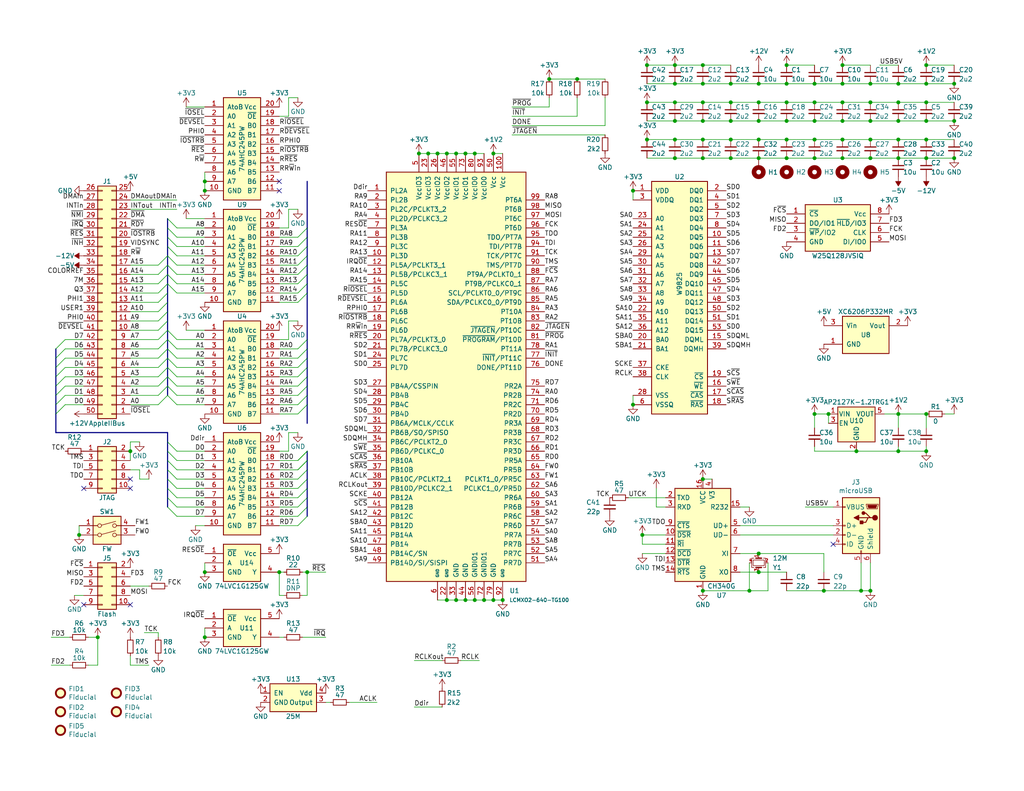
<source format=kicad_sch>
(kicad_sch (version 20230121) (generator eeschema)
  (paper "USLetter")
  (title_block (title "GR8RAM") (date "2021-04-20") (rev "1.9") (company "Garrett's Workshop"))
  (junction (at 214.63 27.94))
  (junction (at 237.49 38.1))
  (junction (at 224.79 161.29))
  (junction (at 214.63 17.78))
  (junction (at 191.77 43.18))
  (junction (at 207.01 151.13))
  (junction (at 55.88 173.99))
  (junction (at 191.77 38.1))
  (junction (at 184.15 33.02))
  (junction (at 229.87 38.1))
  (junction (at 191.77 33.02))
  (junction (at 176.53 27.94))
  (junction (at 55.88 52.07))
  (junction (at 252.73 17.78))
  (junction (at 237.49 22.86))
  (junction (at 245.11 33.02))
  (junction (at 134.62 163.83))
  (junction (at 121.92 163.83))
  (junction (at 245.11 123.19))
  (junction (at 214.63 38.1))
  (junction (at 127 41.91))
  (junction (at 21.59 146.05))
  (junction (at 157.48 21.59))
  (junction (at 245.11 27.94))
  (junction (at 176.53 38.1))
  (junction (at 245.11 38.1))
  (junction (at 184.15 27.94))
  (junction (at 237.49 27.94))
  (junction (at 207.01 22.86))
  (junction (at 149.86 21.59))
  (junction (at 35.56 123.19))
  (junction (at 76.2 156.21))
  (junction (at 184.15 38.1))
  (junction (at 119.38 41.91))
  (junction (at 207.01 33.02))
  (junction (at 127 163.83))
  (junction (at 184.15 17.78))
  (junction (at 26.67 173.99))
  (junction (at 252.73 43.18))
  (junction (at 134.62 41.91))
  (junction (at 199.39 27.94))
  (junction (at 233.68 123.19))
  (junction (at 252.73 33.02))
  (junction (at 252.73 113.03))
  (junction (at 229.87 22.86))
  (junction (at 204.47 161.29))
  (junction (at 237.49 33.02))
  (junction (at 121.92 41.91))
  (junction (at 55.88 49.53))
  (junction (at 214.63 33.02))
  (junction (at 199.39 43.18))
  (junction (at 245.11 113.03))
  (junction (at 191.77 161.29))
  (junction (at 172.72 52.07))
  (junction (at 207.01 38.1))
  (junction (at 222.25 113.03))
  (junction (at 132.08 163.83))
  (junction (at 191.77 130.81))
  (junction (at 129.54 41.91))
  (junction (at 229.87 33.02))
  (junction (at 237.49 43.18))
  (junction (at 176.53 17.78))
  (junction (at 83.82 156.21))
  (junction (at 229.87 27.94))
  (junction (at 222.25 33.02))
  (junction (at 191.77 22.86))
  (junction (at 207.01 156.21))
  (junction (at 199.39 22.86))
  (junction (at 55.88 156.21))
  (junction (at 199.39 38.1))
  (junction (at 260.35 33.02))
  (junction (at 252.73 27.94))
  (junction (at 229.87 17.78))
  (junction (at 184.15 43.18))
  (junction (at 222.25 27.94))
  (junction (at 114.3 41.91))
  (junction (at 252.73 38.1))
  (junction (at 214.63 22.86))
  (junction (at 214.63 43.18))
  (junction (at 172.72 110.49))
  (junction (at 260.35 22.86))
  (junction (at 222.25 22.86))
  (junction (at 207.01 27.94))
  (junction (at 184.15 22.86))
  (junction (at 175.26 146.05))
  (junction (at 252.73 22.86))
  (junction (at 237.49 161.29))
  (junction (at 191.77 27.94))
  (junction (at 245.11 22.86))
  (junction (at 234.95 161.29))
  (junction (at 199.39 33.02))
  (junction (at 124.46 163.83))
  (junction (at 260.35 43.18))
  (junction (at 129.54 163.83))
  (junction (at 245.11 43.18))
  (junction (at 207.01 43.18))
  (junction (at 191.77 17.78))
  (junction (at 226.06 113.03))
  (junction (at 222.25 38.1))
  (junction (at 229.87 43.18))
  (junction (at 116.84 41.91))
  (junction (at 124.46 41.91))
  (junction (at 252.73 123.19))
  (junction (at 222.25 43.18))
  (junction (at 137.16 163.83))
  (no_connect (at 22.86 165.1))
  (no_connect (at 227.33 148.59))
  (no_connect (at 22.86 133.35))
  (no_connect (at 76.2 52.07))
  (no_connect (at 35.56 165.1))
  (no_connect (at 35.56 130.81))
  (no_connect (at 35.56 133.35))
  (no_connect (at 76.2 49.53))
  (bus_entry (at 83.82 77.47) (size -2.54 2.54))
  (bus_entry (at 45.72 80.01) (size -2.54 2.54))
  (bus_entry (at 45.72 82.55) (size -2.54 2.54))
  (bus_entry (at 15.24 97.79) (size 2.54 -2.54))
  (bus_entry (at 81.28 100.33) (size 2.54 -2.54))
  (bus_entry (at 48.26 110.49) (size -2.54 -2.54))
  (bus_entry (at 81.28 140.97) (size 2.54 -2.54))
  (bus_entry (at 83.82 64.77) (size -2.54 2.54))
  (bus_entry (at 45.72 97.79) (size -2.54 2.54))
  (bus_entry (at 81.28 143.51) (size 2.54 -2.54))
  (bus_entry (at 81.28 128.27) (size 2.54 -2.54))
  (bus_entry (at 45.72 123.19) (size 2.54 2.54))
  (bus_entry (at 81.28 97.79) (size 2.54 -2.54))
  (bus_entry (at 45.72 77.47) (size -2.54 2.54))
  (bus_entry (at 83.82 67.31) (size -2.54 2.54))
  (bus_entry (at 81.28 105.41) (size 2.54 -2.54))
  (bus_entry (at 45.72 72.39) (size 2.54 2.54))
  (bus_entry (at 48.26 95.25) (size -2.54 -2.54))
  (bus_entry (at 81.28 133.35) (size 2.54 -2.54))
  (bus_entry (at 45.72 77.47) (size 2.54 2.54))
  (bus_entry (at 15.24 107.95) (size 2.54 -2.54))
  (bus_entry (at 81.28 107.95) (size 2.54 -2.54))
  (bus_entry (at 45.72 107.95) (size -2.54 2.54))
  (bus_entry (at 45.72 102.87) (size -2.54 2.54))
  (bus_entry (at 45.72 72.39) (size -2.54 2.54))
  (bus_entry (at 45.72 64.77) (size 2.54 2.54))
  (bus_entry (at 45.72 85.09) (size -2.54 2.54))
  (bus_entry (at 81.28 128.27) (size 2.54 -2.54))
  (bus_entry (at 48.26 102.87) (size -2.54 -2.54))
  (bus_entry (at 48.26 97.79) (size -2.54 -2.54))
  (bus_entry (at 83.82 74.93) (size -2.54 2.54))
  (bus_entry (at 45.72 59.69) (size 2.54 2.54))
  (bus_entry (at 45.72 95.25) (size -2.54 2.54))
  (bus_entry (at 81.28 125.73) (size 2.54 -2.54))
  (bus_entry (at 45.72 120.65) (size 2.54 2.54))
  (bus_entry (at 15.24 102.87) (size 2.54 -2.54))
  (bus_entry (at 83.82 92.71) (size -2.54 2.54))
  (bus_entry (at 83.82 62.23) (size -2.54 2.54))
  (bus_entry (at 45.72 130.81) (size 2.54 2.54))
  (bus_entry (at 45.72 62.23) (size 2.54 2.54))
  (bus_entry (at 45.72 67.31) (size 2.54 2.54))
  (bus_entry (at 15.24 100.33) (size 2.54 -2.54))
  (bus_entry (at 83.82 72.39) (size -2.54 2.54))
  (bus_entry (at 15.24 113.03) (size 2.54 -2.54))
  (bus_entry (at 45.72 128.27) (size 2.54 2.54))
  (bus_entry (at 83.82 69.85) (size -2.54 2.54))
  (bus_entry (at 45.72 87.63) (size -2.54 2.54))
  (bus_entry (at 81.28 102.87) (size 2.54 -2.54))
  (bus_entry (at 15.24 95.25) (size 2.54 -2.54))
  (bus_entry (at 81.28 138.43) (size 2.54 -2.54))
  (bus_entry (at 45.72 125.73) (size 2.54 2.54))
  (bus_entry (at 45.72 90.17) (size -2.54 2.54))
  (bus_entry (at 83.82 80.01) (size -2.54 2.54))
  (bus_entry (at 45.72 105.41) (size -2.54 2.54))
  (bus_entry (at 45.72 74.93) (size -2.54 2.54))
  (bus_entry (at 81.28 135.89) (size 2.54 -2.54))
  (bus_entry (at 45.72 69.85) (size -2.54 2.54))
  (bus_entry (at 48.26 105.41) (size -2.54 -2.54))
  (bus_entry (at 81.28 113.03) (size 2.54 -2.54))
  (bus_entry (at 48.26 92.71) (size -2.54 -2.54))
  (bus_entry (at 81.28 130.81) (size 2.54 -2.54))
  (bus_entry (at 45.72 138.43) (size 2.54 2.54))
  (bus_entry (at 48.26 107.95) (size -2.54 -2.54))
  (bus_entry (at 45.72 74.93) (size 2.54 2.54))
  (bus_entry (at 45.72 100.33) (size -2.54 2.54))
  (bus_entry (at 15.24 110.49) (size 2.54 -2.54))
  (bus_entry (at 45.72 135.89) (size 2.54 2.54))
  (bus_entry (at 81.28 110.49) (size 2.54 -2.54))
  (bus_entry (at 15.24 105.41) (size 2.54 -2.54))
  (bus_entry (at 48.26 100.33) (size -2.54 -2.54))
  (bus_entry (at 45.72 92.71) (size -2.54 2.54))
  (bus_entry (at 45.72 69.85) (size 2.54 2.54))
  (bus_entry (at 81.28 125.73) (size 2.54 -2.54))
  (bus_entry (at 45.72 133.35) (size 2.54 2.54))
  (wire (pts (xy 245.11 116.84) (xy 245.11 113.03)))
  (wire (pts (xy 172.72 110.49) (xy 172.72 107.95)))
  (wire (pts (xy 48.26 64.77) (xy 55.88 64.77)))
  (wire (pts (xy 234.95 161.29) (xy 224.79 161.29)))
  (wire (pts (xy 175.26 151.13) (xy 181.61 151.13)))
  (wire (pts (xy 76.2 162.56) (xy 77.47 162.56)))
  (wire (pts (xy 214.63 17.78) (xy 222.25 17.78)))
  (wire (pts (xy 35.56 102.87) (xy 43.18 102.87)))
  (wire (pts (xy 43.18 172.72) (xy 39.37 172.72)))
  (bus (pts (xy 45.72 102.87) (xy 45.72 105.41)))
  (wire (pts (xy 13.97 181.61) (xy 19.05 181.61)))
  (wire (pts (xy 222.25 43.18) (xy 229.87 43.18)))
  (bus (pts (xy 83.82 80.01) (xy 83.82 92.71)))
  (wire (pts (xy 237.49 153.67) (xy 237.49 161.29)))
  (wire (pts (xy 121.92 41.91) (xy 124.46 41.91)))
  (wire (pts (xy 17.78 95.25) (xy 22.86 95.25)))
  (bus (pts (xy 45.72 95.25) (xy 45.72 97.79)))
  (bus (pts (xy 83.82 69.85) (xy 83.82 72.39)))
  (bus (pts (xy 45.72 100.33) (xy 45.72 102.87)))
  (bus (pts (xy 15.24 113.03) (xy 15.24 118.11)))
  (bus (pts (xy 83.82 49.53) (xy 83.82 62.23)))
  (wire (pts (xy 82.55 162.56) (xy 83.82 162.56)))
  (wire (pts (xy 76.2 143.51) (xy 81.28 143.51)))
  (wire (pts (xy 35.56 120.65) (xy 38.1 120.65)))
  (wire (pts (xy 260.35 27.94) (xy 252.73 27.94)))
  (wire (pts (xy 35.56 87.63) (xy 43.18 87.63)))
  (wire (pts (xy 83.82 156.21) (xy 88.9 156.21)))
  (wire (pts (xy 184.15 38.1) (xy 191.77 38.1)))
  (wire (pts (xy 229.87 43.18) (xy 237.49 43.18)))
  (wire (pts (xy 132.08 163.83) (xy 134.62 163.83)))
  (wire (pts (xy 171.45 135.89) (xy 181.61 135.89)))
  (wire (pts (xy 129.54 163.83) (xy 132.08 163.83)))
  (wire (pts (xy 82.55 156.21) (xy 83.82 156.21)))
  (wire (pts (xy 245.11 123.19) (xy 233.68 123.19)))
  (wire (pts (xy 48.26 100.33) (xy 55.88 100.33)))
  (bus (pts (xy 83.82 72.39) (xy 83.82 74.93)))
  (wire (pts (xy 76.2 107.95) (xy 81.28 107.95)))
  (wire (pts (xy 237.49 43.18) (xy 245.11 43.18)))
  (wire (pts (xy 35.56 181.61) (xy 40.64 181.61)))
  (wire (pts (xy 48.26 135.89) (xy 55.88 135.89)))
  (wire (pts (xy 219.71 138.43) (xy 227.33 138.43)))
  (wire (pts (xy 214.63 43.18) (xy 222.25 43.18)))
  (wire (pts (xy 222.25 27.94) (xy 229.87 27.94)))
  (wire (pts (xy 157.48 31.75) (xy 157.48 26.67)))
  (wire (pts (xy 245.11 38.1) (xy 252.73 38.1)))
  (bus (pts (xy 45.72 82.55) (xy 45.72 85.09)))
  (wire (pts (xy 35.56 95.25) (xy 43.18 95.25)))
  (wire (pts (xy 204.47 153.67) (xy 204.47 161.29)))
  (wire (pts (xy 245.11 33.02) (xy 252.73 33.02)))
  (bus (pts (xy 83.82 92.71) (xy 83.82 95.25)))
  (wire (pts (xy 222.25 113.03) (xy 226.06 113.03)))
  (wire (pts (xy 13.97 173.99) (xy 19.05 173.99)))
  (wire (pts (xy 48.26 130.81) (xy 55.88 130.81)))
  (wire (pts (xy 81.28 26.67) (xy 78.74 26.67)))
  (wire (pts (xy 222.25 123.19) (xy 222.25 121.92)))
  (wire (pts (xy 76.2 113.03) (xy 81.28 113.03)))
  (wire (pts (xy 214.63 27.94) (xy 222.25 27.94)))
  (bus (pts (xy 83.82 130.81) (xy 83.82 133.35)))
  (wire (pts (xy 184.15 33.02) (xy 191.77 33.02)))
  (wire (pts (xy 191.77 22.86) (xy 199.39 22.86)))
  (wire (pts (xy 55.88 171.45) (xy 55.88 173.99)))
  (wire (pts (xy 78.74 118.11) (xy 81.28 118.11)))
  (wire (pts (xy 127 41.91) (xy 129.54 41.91)))
  (bus (pts (xy 45.72 69.85) (xy 45.72 72.39)))
  (wire (pts (xy 199.39 27.94) (xy 207.01 27.94)))
  (wire (pts (xy 199.39 33.02) (xy 207.01 33.02)))
  (bus (pts (xy 83.82 77.47) (xy 83.82 80.01)))
  (wire (pts (xy 214.63 33.02) (xy 207.01 33.02)))
  (wire (pts (xy 191.77 27.94) (xy 199.39 27.94)))
  (wire (pts (xy 76.2 74.93) (xy 81.28 74.93)))
  (bus (pts (xy 83.82 64.77) (xy 83.82 67.31)))
  (wire (pts (xy 175.26 148.59) (xy 175.26 146.05)))
  (bus (pts (xy 83.82 95.25) (xy 83.82 97.79)))
  (wire (pts (xy 48.26 57.15) (xy 35.56 57.15)))
  (wire (pts (xy 76.2 138.43) (xy 81.28 138.43)))
  (wire (pts (xy 245.11 43.18) (xy 252.73 43.18)))
  (wire (pts (xy 48.26 125.73) (xy 55.88 125.73)))
  (wire (pts (xy 35.56 105.41) (xy 43.18 105.41)))
  (wire (pts (xy 48.26 140.97) (xy 55.88 140.97)))
  (bus (pts (xy 83.82 123.19) (xy 83.82 125.73)))
  (wire (pts (xy 88.9 191.77) (xy 90.17 191.77)))
  (bus (pts (xy 83.82 105.41) (xy 83.82 107.95)))
  (wire (pts (xy 35.56 120.65) (xy 35.56 123.19)))
  (wire (pts (xy 134.62 41.91) (xy 137.16 41.91)))
  (wire (pts (xy 20.32 162.56) (xy 22.86 162.56)))
  (bus (pts (xy 83.82 107.95) (xy 83.82 110.49)))
  (wire (pts (xy 35.56 128.27) (xy 38.1 128.27)))
  (wire (pts (xy 50.8 29.21) (xy 55.88 29.21)))
  (wire (pts (xy 201.93 138.43) (xy 204.47 138.43)))
  (bus (pts (xy 15.24 95.25) (xy 15.24 97.79)))
  (bus (pts (xy 15.24 97.79) (xy 15.24 100.33)))
  (wire (pts (xy 149.86 21.59) (xy 157.48 21.59)))
  (bus (pts (xy 45.72 92.71) (xy 45.72 95.25)))
  (wire (pts (xy 224.79 161.29) (xy 214.63 161.29)))
  (wire (pts (xy 38.1 128.27) (xy 38.1 130.81)))
  (bus (pts (xy 45.72 128.27) (xy 45.72 130.81)))
  (wire (pts (xy 76.2 64.77) (xy 81.28 64.77)))
  (wire (pts (xy 176.53 27.94) (xy 184.15 27.94)))
  (wire (pts (xy 237.49 22.86) (xy 245.11 22.86)))
  (wire (pts (xy 48.26 62.23) (xy 55.88 62.23)))
  (bus (pts (xy 83.82 74.93) (xy 83.82 77.47)))
  (wire (pts (xy 181.61 148.59) (xy 175.26 148.59)))
  (wire (pts (xy 48.26 102.87) (xy 55.88 102.87)))
  (wire (pts (xy 201.93 156.21) (xy 207.01 156.21)))
  (wire (pts (xy 38.1 130.81) (xy 40.64 130.81)))
  (wire (pts (xy 252.73 113.03) (xy 245.11 113.03)))
  (bus (pts (xy 45.72 125.73) (xy 45.72 128.27)))
  (bus (pts (xy 15.24 102.87) (xy 15.24 105.41)))
  (wire (pts (xy 76.2 140.97) (xy 81.28 140.97)))
  (wire (pts (xy 179.07 138.43) (xy 181.61 138.43)))
  (wire (pts (xy 76.2 69.85) (xy 81.28 69.85)))
  (wire (pts (xy 149.86 29.21) (xy 149.86 26.67)))
  (wire (pts (xy 176.53 43.18) (xy 184.15 43.18)))
  (wire (pts (xy 35.56 85.09) (xy 43.18 85.09)))
  (wire (pts (xy 78.74 92.71) (xy 76.2 92.71)))
  (wire (pts (xy 252.73 17.78) (xy 260.35 17.78)))
  (wire (pts (xy 17.78 107.95) (xy 22.86 107.95)))
  (wire (pts (xy 245.11 33.02) (xy 237.49 33.02)))
  (wire (pts (xy 121.92 163.83) (xy 124.46 163.83)))
  (bus (pts (xy 45.72 64.77) (xy 45.72 67.31)))
  (wire (pts (xy 209.55 153.67) (xy 209.55 161.29)))
  (wire (pts (xy 35.56 90.17) (xy 43.18 90.17)))
  (wire (pts (xy 48.26 80.01) (xy 55.88 80.01)))
  (wire (pts (xy 116.84 41.91) (xy 119.38 41.91)))
  (wire (pts (xy 207.01 22.86) (xy 214.63 22.86)))
  (wire (pts (xy 229.87 38.1) (xy 237.49 38.1)))
  (wire (pts (xy 184.15 17.78) (xy 191.77 17.78)))
  (wire (pts (xy 191.77 17.78) (xy 199.39 17.78)))
  (wire (pts (xy 229.87 22.86) (xy 237.49 22.86)))
  (wire (pts (xy 78.74 87.63) (xy 78.74 92.71)))
  (wire (pts (xy 35.56 110.49) (xy 43.18 110.49)))
  (wire (pts (xy 76.2 105.41) (xy 81.28 105.41)))
  (wire (pts (xy 48.26 72.39) (xy 55.88 72.39)))
  (wire (pts (xy 214.63 38.1) (xy 222.25 38.1)))
  (wire (pts (xy 191.77 161.29) (xy 204.47 161.29)))
  (wire (pts (xy 17.78 105.41) (xy 22.86 105.41)))
  (wire (pts (xy 76.2 130.81) (xy 81.28 130.81)))
  (wire (pts (xy 48.26 67.31) (xy 55.88 67.31)))
  (wire (pts (xy 114.3 41.91) (xy 116.84 41.91)))
  (bus (pts (xy 45.72 87.63) (xy 45.72 90.17)))
  (wire (pts (xy 245.11 113.03) (xy 241.3 113.03)))
  (wire (pts (xy 76.2 156.21) (xy 76.2 162.56)))
  (wire (pts (xy 78.74 57.15) (xy 78.74 62.23)))
  (wire (pts (xy 48.26 123.19) (xy 55.88 123.19)))
  (wire (pts (xy 17.78 100.33) (xy 22.86 100.33)))
  (bus (pts (xy 45.72 133.35) (xy 45.72 135.89)))
  (wire (pts (xy 191.77 43.18) (xy 199.39 43.18)))
  (wire (pts (xy 48.26 95.25) (xy 55.88 95.25)))
  (wire (pts (xy 234.95 153.67) (xy 234.95 161.29)))
  (bus (pts (xy 45.72 130.81) (xy 45.72 133.35)))
  (bus (pts (xy 45.72 135.89) (xy 45.72 138.43)))
  (bus (pts (xy 45.72 67.31) (xy 45.72 69.85)))
  (bus (pts (xy 45.72 72.39) (xy 45.72 74.93)))
  (wire (pts (xy 82.55 173.99) (xy 88.9 173.99)))
  (wire (pts (xy 76.2 128.27) (xy 81.28 128.27)))
  (bus (pts (xy 45.72 97.79) (xy 45.72 100.33)))
  (wire (pts (xy 35.56 181.61) (xy 35.56 179.07)))
  (wire (pts (xy 176.53 17.78) (xy 184.15 17.78)))
  (wire (pts (xy 35.56 107.95) (xy 43.18 107.95)))
  (wire (pts (xy 165.1 34.29) (xy 139.7 34.29)))
  (wire (pts (xy 172.72 52.07) (xy 172.72 54.61)))
  (wire (pts (xy 76.2 72.39) (xy 81.28 72.39)))
  (wire (pts (xy 252.73 123.19) (xy 252.73 121.92)))
  (bus (pts (xy 83.82 128.27) (xy 83.82 130.81)))
  (wire (pts (xy 76.2 95.25) (xy 81.28 95.25)))
  (wire (pts (xy 76.2 100.33) (xy 81.28 100.33)))
  (wire (pts (xy 48.26 128.27) (xy 55.88 128.27)))
  (bus (pts (xy 83.82 102.87) (xy 83.82 105.41)))
  (bus (pts (xy 83.82 138.43) (xy 83.82 140.97)))
  (bus (pts (xy 45.72 123.19) (xy 45.72 125.73)))
  (wire (pts (xy 199.39 33.02) (xy 191.77 33.02)))
  (wire (pts (xy 48.26 105.41) (xy 55.88 105.41)))
  (wire (pts (xy 78.74 26.67) (xy 78.74 31.75)))
  (wire (pts (xy 76.2 67.31) (xy 81.28 67.31)))
  (wire (pts (xy 35.56 97.79) (xy 43.18 97.79)))
  (wire (pts (xy 17.78 110.49) (xy 22.86 110.49)))
  (wire (pts (xy 35.56 54.61) (xy 48.26 54.61)))
  (bus (pts (xy 45.72 59.69) (xy 45.72 62.23)))
  (wire (pts (xy 83.82 162.56) (xy 83.82 156.21)))
  (wire (pts (xy 199.39 38.1) (xy 207.01 38.1)))
  (wire (pts (xy 227.33 143.51) (xy 201.93 143.51)))
  (wire (pts (xy 207.01 27.94) (xy 214.63 27.94)))
  (wire (pts (xy 81.28 87.63) (xy 78.74 87.63)))
  (wire (pts (xy 214.63 22.86) (xy 222.25 22.86)))
  (wire (pts (xy 252.73 116.84) (xy 252.73 113.03)))
  (wire (pts (xy 24.13 181.61) (xy 26.67 181.61)))
  (bus (pts (xy 45.72 120.65) (xy 45.72 123.19)))
  (bus (pts (xy 83.82 67.31) (xy 83.82 69.85)))
  (wire (pts (xy 224.79 151.13) (xy 224.79 156.21)))
  (wire (pts (xy 245.11 123.19) (xy 252.73 123.19)))
  (wire (pts (xy 207.01 43.18) (xy 214.63 43.18)))
  (wire (pts (xy 120.65 180.34) (xy 113.03 180.34)))
  (wire (pts (xy 237.49 27.94) (xy 245.11 27.94)))
  (wire (pts (xy 207.01 156.21) (xy 214.63 156.21)))
  (wire (pts (xy 76.2 125.73) (xy 81.28 125.73)))
  (wire (pts (xy 50.8 59.69) (xy 55.88 59.69)))
  (wire (pts (xy 176.53 33.02) (xy 184.15 33.02)))
  (wire (pts (xy 76.2 97.79) (xy 81.28 97.79)))
  (wire (pts (xy 77.47 156.21) (xy 76.2 156.21)))
  (bus (pts (xy 83.82 62.23) (xy 83.82 64.77)))
  (wire (pts (xy 76.2 102.87) (xy 81.28 102.87)))
  (wire (pts (xy 252.73 43.18) (xy 260.35 43.18)))
  (wire (pts (xy 214.63 33.02) (xy 222.25 33.02)))
  (wire (pts (xy 35.56 77.47) (xy 43.18 77.47)))
  (wire (pts (xy 209.55 161.29) (xy 204.47 161.29)))
  (wire (pts (xy 78.74 62.23) (xy 76.2 62.23)))
  (bus (pts (xy 83.82 133.35) (xy 83.82 135.89)))
  (wire (pts (xy 76.2 82.55) (xy 81.28 82.55)))
  (wire (pts (xy 95.25 191.77) (xy 102.87 191.77)))
  (bus (pts (xy 15.24 105.41) (xy 15.24 107.95)))
  (wire (pts (xy 175.26 146.05) (xy 181.61 146.05)))
  (wire (pts (xy 35.56 80.01) (xy 43.18 80.01)))
  (wire (pts (xy 125.73 180.34) (xy 130.81 180.34)))
  (wire (pts (xy 245.11 17.78) (xy 240.03 17.78)))
  (bus (pts (xy 45.72 77.47) (xy 45.72 80.01)))
  (wire (pts (xy 77.47 173.99) (xy 76.2 173.99)))
  (wire (pts (xy 252.73 22.86) (xy 260.35 22.86)))
  (wire (pts (xy 76.2 110.49) (xy 81.28 110.49)))
  (bus (pts (xy 45.72 80.01) (xy 45.72 82.55)))
  (wire (pts (xy 119.38 163.83) (xy 121.92 163.83)))
  (wire (pts (xy 260.35 113.03) (xy 257.81 113.03)))
  (wire (pts (xy 201.93 146.05) (xy 227.33 146.05)))
  (wire (pts (xy 53.34 143.51) (xy 55.88 143.51)))
  (wire (pts (xy 229.87 27.94) (xy 237.49 27.94)))
  (wire (pts (xy 245.11 27.94) (xy 252.73 27.94)))
  (wire (pts (xy 222.25 123.19) (xy 233.68 123.19)))
  (wire (pts (xy 176.53 22.86) (xy 184.15 22.86)))
  (wire (pts (xy 201.93 151.13) (xy 207.01 151.13)))
  (wire (pts (xy 48.26 92.71) (xy 55.88 92.71)))
  (bus (pts (xy 45.72 105.41) (xy 45.72 107.95)))
  (wire (pts (xy 40.64 160.02) (xy 35.56 160.02)))
  (wire (pts (xy 35.56 100.33) (xy 43.18 100.33)))
  (wire (pts (xy 165.1 34.29) (xy 165.1 26.67)))
  (wire (pts (xy 24.13 173.99) (xy 26.67 173.99)))
  (wire (pts (xy 184.15 43.18) (xy 191.77 43.18)))
  (wire (pts (xy 43.18 172.72) (xy 43.18 173.99)))
  (bus (pts (xy 45.72 118.11) (xy 45.72 120.65)))
  (wire (pts (xy 76.2 77.47) (xy 81.28 77.47)))
  (bus (pts (xy 15.24 100.33) (xy 15.24 102.87)))
  (wire (pts (xy 76.2 135.89) (xy 81.28 135.89)))
  (wire (pts (xy 119.38 41.91) (xy 121.92 41.91)))
  (wire (pts (xy 139.7 36.83) (xy 165.1 36.83)))
  (bus (pts (xy 83.82 135.89) (xy 83.82 138.43)))
  (wire (pts (xy 76.2 80.01) (xy 81.28 80.01)))
  (wire (pts (xy 55.88 49.53) (xy 55.88 52.07)))
  (bus (pts (xy 83.82 125.73) (xy 83.82 128.27)))
  (bus (pts (xy 83.82 97.79) (xy 83.82 100.33)))
  (wire (pts (xy 78.74 31.75) (xy 76.2 31.75)))
  (wire (pts (xy 48.26 107.95) (xy 55.88 107.95)))
  (wire (pts (xy 21.59 143.51) (xy 21.59 146.05)))
  (wire (pts (xy 199.39 43.18) (xy 207.01 43.18)))
  (wire (pts (xy 78.74 123.19) (xy 78.74 118.11)))
  (wire (pts (xy 157.48 31.75) (xy 139.7 31.75)))
  (wire (pts (xy 55.88 153.67) (xy 55.88 156.21)))
  (wire (pts (xy 35.56 82.55) (xy 43.18 82.55)))
  (bus (pts (xy 83.82 100.33) (xy 83.82 102.87)))
  (wire (pts (xy 207.01 151.13) (xy 224.79 151.13)))
  (wire (pts (xy 81.28 57.15) (xy 78.74 57.15)))
  (wire (pts (xy 226.06 113.03) (xy 226.06 115.57)))
  (wire (pts (xy 76.2 133.35) (xy 81.28 133.35)))
  (wire (pts (xy 127 163.83) (xy 129.54 163.83)))
  (wire (pts (xy 35.56 123.19) (xy 35.56 125.73)))
  (bus (pts (xy 45.72 90.17) (xy 45.72 92.71)))
  (wire (pts (xy 191.77 38.1) (xy 199.39 38.1)))
  (wire (pts (xy 50.8 90.17) (xy 55.88 90.17)))
  (wire (pts (xy 222.25 33.02) (xy 229.87 33.02)))
  (wire (pts (xy 149.86 29.21) (xy 139.7 29.21)))
  (wire (pts (xy 35.56 72.39) (xy 43.18 72.39)))
  (wire (pts (xy 48.26 97.79) (xy 55.88 97.79)))
  (wire (pts (xy 17.78 92.71) (xy 22.86 92.71)))
  (bus (pts (xy 15.24 107.95) (xy 15.24 110.49)))
  (wire (pts (xy 35.56 74.93) (xy 43.18 74.93)))
  (wire (pts (xy 76.2 123.19) (xy 78.74 123.19)))
  (wire (pts (xy 260.35 33.02) (xy 252.73 33.02)))
  (bus (pts (xy 45.72 118.11) (xy 15.24 118.11)))
  (wire (pts (xy 194.31 130.81) (xy 191.77 130.81)))
  (wire (pts (xy 48.26 74.93) (xy 55.88 74.93)))
  (wire (pts (xy 113.03 193.04) (xy 120.65 193.04)))
  (wire (pts (xy 48.26 77.47) (xy 55.88 77.47)))
  (wire (pts (xy 157.48 21.59) (xy 165.1 21.59)))
  (bus (pts (xy 45.72 62.23) (xy 45.72 64.77)))
  (bus (pts (xy 45.72 85.09) (xy 45.72 87.63)))
  (wire (pts (xy 245.11 22.86) (xy 252.73 22.86)))
  (wire (pts (xy 176.53 38.1) (xy 184.15 38.1)))
  (wire (pts (xy 48.26 69.85) (xy 55.88 69.85)))
  (wire (pts (xy 222.25 113.03) (xy 222.25 116.84)))
  (wire (pts (xy 129.54 41.91) (xy 132.08 41.91)))
  (wire (pts (xy 17.78 102.87) (xy 22.86 102.87)))
  (bus (pts (xy 83.82 110.49) (xy 83.82 115.57)))
  (wire (pts (xy 134.62 163.83) (xy 137.16 163.83)))
  (wire (pts (xy 17.78 97.79) (xy 22.86 97.79)))
  (wire (pts (xy 245.11 123.19) (xy 245.11 121.92)))
  (wire (pts (xy 207.01 38.1) (xy 214.63 38.1)))
  (wire (pts (xy 55.88 46.99) (xy 55.88 49.53)))
  (bus (pts (xy 45.72 74.93) (xy 45.72 77.47)))
  (wire (pts (xy 222.25 22.86) (xy 229.87 22.86)))
  (wire (pts (xy 48.26 138.43) (xy 55.88 138.43)))
  (wire (pts (xy 124.46 163.83) (xy 127 163.83)))
  (wire (pts (xy 222.25 38.1) (xy 229.87 38.1)))
  (wire (pts (xy 26.67 181.61) (xy 26.67 173.99)))
  (wire (pts (xy 252.73 38.1) (xy 260.35 38.1)))
  (wire (pts (xy 237.49 38.1) (xy 245.11 38.1)))
  (wire (pts (xy 184.15 22.86) (xy 191.77 22.86)))
  (wire (pts (xy 124.46 41.91) (xy 127 41.91)))
  (wire (pts (xy 48.26 133.35) (xy 55.88 133.35)))
  (wire (pts (xy 179.07 138.43) (xy 179.07 133.35)))
  (wire (pts (xy 48.26 110.49) (xy 55.88 110.49)))
  (wire (pts (xy 207.01 22.86) (xy 199.39 22.86)))
  (wire (pts (xy 229.87 17.78) (xy 237.49 17.78)))
  (bus (pts (xy 15.24 110.49) (xy 15.24 113.03)))
  (wire (pts (xy 35.56 92.71) (xy 43.18 92.71)))
  (wire (pts (xy 237.49 33.02) (xy 229.87 33.02)))
  (wire (pts (xy 237.49 161.29) (xy 234.95 161.29)))
  (wire (pts (xy 184.15 27.94) (xy 191.77 27.94)))
  (label "SD5" (at 100.33 110.49 180))
  (label "SA3" (at 148.59 135.89 0))
  (label "RA7" (at 76.2 113.03 0))
  (label "MOSI" (at 242.57 66.04 0))
  (label "A4" (at 35.56 100.33 0))
  (label "RD7" (at 76.2 143.51 0))
  (label "RA4" (at 100.33 59.69 180))
  (label "SD1" (at 198.12 54.61 0))
  (label "USB5V" (at 219.71 138.43 0))
  (label "RA1" (at 148.59 95.25 0))
  (label "A5" (at 35.56 97.79 0))
  (label "FW1" (at 148.59 130.81 0))
  (label "PHI1" (at 22.86 82.55 180))
  (label "FCK" (at 242.57 63.5 0))
  (label "~{PROG}" (at 148.59 92.71 0))
  (label "RA6" (at 76.2 110.49 0))
  (label "RD3" (at 148.59 118.11 0))
  (label "~{IRQ}" (at 22.86 62.23 180))
  (label "SCKE" (at 172.72 100.33 180))
  (label "D6" (at 22.86 95.25 180))
  (label "RCLK" (at 130.81 180.34 180))
  (label "SD0" (at 198.12 52.07 0))
  (label "F~{CS}" (at 148.59 74.93 0))
  (label "SD7" (at 100.33 115.57 180))
  (label "A2" (at 55.88 97.79 180))
  (label "Ddir" (at 113.03 193.04 0))
  (label "SD5" (at 198.12 64.77 0))
  (label "F~{CS}" (at 214.63 58.42 180))
  (label "D1" (at 55.88 125.73 180))
  (label "SD3" (at 198.12 59.69 0))
  (label "D5" (at 22.86 97.79 180))
  (label "A5" (at 55.88 105.41 180))
  (label "~{NMI}" (at 22.86 59.69 180))
  (label "SD1" (at 198.12 87.63 0))
  (label "A14" (at 55.88 77.47 180))
  (label "RA11" (at 100.33 64.77 180))
  (label "~{IOSTRB}" (at 35.56 64.77 0))
  (label "RD6" (at 148.59 110.49 0))
  (label "FW1" (at 36.83 143.51 0))
  (label "RD3" (at 76.2 133.35 0))
  (label "ACLK" (at 100.33 130.81 180))
  (label "~{RDY}" (at 35.56 62.23 0))
  (label "RA13" (at 76.2 77.47 0))
  (label "~{RES}" (at 88.9 156.21 180))
  (label "R~{IOSEL}" (at 100.33 80.01 180))
  (label "Ddir" (at 55.88 120.65 180))
  (label "ACLK" (at 102.87 191.77 180))
  (label "TDO" (at 148.59 64.77 0))
  (label "RA13" (at 100.33 69.85 180))
  (label "SA11" (at 100.33 146.05 180))
  (label "SA10" (at 100.33 148.59 180))
  (label "A13" (at 55.88 74.93 180))
  (label "RD1" (at 148.59 123.19 0))
  (label "D7" (at 22.86 92.71 180))
  (label "A9" (at 55.88 64.77 180))
  (label "~{INIT}" (at 139.7 31.75 0))
  (label "IRQ~{OE}" (at 55.88 168.91 180))
  (label "SA10" (at 172.72 85.09 180))
  (label "A2" (at 35.56 105.41 0))
  (label "A10" (at 35.56 85.09 0))
  (label "UTCK" (at 171.45 135.89 0))
  (label "A8" (at 35.56 90.17 0))
  (label "RA12" (at 76.2 74.93 0))
  (label "SD0" (at 100.33 100.33 180))
  (label "A10" (at 55.88 67.31 180))
  (label "RA8" (at 148.59 54.61 0))
  (label "TDI" (at 22.86 128.27 180))
  (label "TDO" (at 22.86 130.81 180))
  (label "~{PROG}" (at 139.7 29.21 0))
  (label "SA1" (at 172.72 62.23 180))
  (label "RA9" (at 100.33 54.61 180))
  (label "SD5" (at 198.12 77.47 0))
  (label "RD4" (at 76.2 135.89 0))
  (label "MISO" (at 148.59 57.15 0))
  (label "SBA1" (at 100.33 151.13 180))
  (label "RA8" (at 76.2 64.77 0))
  (label "DONE" (at 148.59 100.33 0))
  (label "7M" (at 22.86 77.47 180))
  (label "INTin" (at 22.86 57.15 180))
  (label "RPHI0" (at 76.2 39.37 0))
  (label "RA9" (at 76.2 67.31 0))
  (label "FD2" (at 13.97 181.61 0))
  (label "SA9" (at 100.33 153.67 180))
  (label "SA9" (at 172.72 82.55 180))
  (label "SA11" (at 172.72 87.63 180))
  (label "SDQMH" (at 100.33 120.65 180))
  (label "D6" (at 55.88 138.43 180))
  (label "D3" (at 55.88 130.81 180))
  (label "R~{W}" (at 55.88 44.45 180))
  (label "RA12" (at 100.33 67.31 180))
  (label "RA11" (at 76.2 72.39 0))
  (label "SCKE" (at 100.33 135.89 180))
  (label "RD2" (at 148.59 120.65 0))
  (label "SBA1" (at 172.72 95.25 180))
  (label "A11" (at 55.88 69.85 180))
  (label "SA8" (at 148.59 148.59 0))
  (label "RA5" (at 76.2 107.95 0))
  (label "FD2" (at 22.86 160.02 180))
  (label "RA0" (at 148.59 107.95 0))
  (label "TCK" (at 166.37 135.89 180))
  (label "RR~{W}in" (at 100.33 90.17 180))
  (label "Q3" (at 22.86 80.01 180))
  (label "SD7" (at 198.12 69.85 0))
  (label "~{JTAGEN}" (at 139.7 36.83 0))
  (label "SBA0" (at 100.33 143.51 180))
  (label "SA2" (at 148.59 140.97 0))
  (label "FW0" (at 36.83 146.05 0))
  (label "Ddir" (at 100.33 52.07 180))
  (label "R~{RES}" (at 100.33 92.71 180))
  (label "SA4" (at 172.72 69.85 180))
  (label "A1" (at 55.88 95.25 180))
  (label "RA10" (at 100.33 57.15 180))
  (label "FD2" (at 214.63 63.5 180))
  (label "INTout" (at 35.56 57.15 0))
  (label "A15" (at 55.88 80.01 180))
  (label "TCK" (at 17.78 123.19 180))
  (label "SD3" (at 198.12 82.55 0))
  (label "D4" (at 55.88 133.35 180))
  (label "SD0" (at 198.12 90.17 0))
  (label "A0" (at 55.88 92.71 180))
  (label "D3" (at 22.86 102.87 180))
  (label "SD4" (at 100.33 107.95 180))
  (label "PHI0" (at 55.88 36.83 180))
  (label "RA2" (at 76.2 100.33 0))
  (label "RD0" (at 148.59 125.73 0))
  (label "RD0" (at 76.2 125.73 0))
  (label "DONE" (at 139.7 34.29 0))
  (label "SA5" (at 148.59 151.13 0))
  (label "RES~{OE}" (at 55.88 151.13 180))
  (label "S~{CS}" (at 100.33 138.43 180))
  (label "SA8" (at 172.72 80.01 180))
  (label "RA6" (at 148.59 80.01 0))
  (label "R~{IOSEL}" (at 76.2 34.29 0))
  (label "A7" (at 35.56 92.71 0))
  (label "S~{CAS}" (at 100.33 125.73 180))
  (label "TCK" (at 39.37 172.72 0))
  (label "A13" (at 35.56 77.47 0))
  (label "A15" (at 35.56 72.39 0))
  (label "TDI" (at 148.59 67.31 0))
  (label "MOSI" (at 35.56 162.56 0))
  (label "MISO" (at 22.86 157.48 180))
  (label "~{DEVSEL}" (at 22.86 90.17 180))
  (label "TCK" (at 148.59 69.85 0))
  (label "SA7" (at 172.72 77.47 180))
  (label "RA1" (at 76.2 97.79 0))
  (label "~{JTAGEN}" (at 148.59 90.17 0))
  (label "RD5" (at 76.2 138.43 0))
  (label "RA5" (at 148.59 82.55 0))
  (label "D7" (at 55.88 140.97 180))
  (label "SA12" (at 172.72 90.17 180))
  (label "SA12" (at 100.33 140.97 180))
  (label "SA6" (at 172.72 74.93 180))
  (label "A3" (at 55.88 100.33 180))
  (label "RA3" (at 148.59 85.09 0))
  (label "F~{CS}" (at 22.86 154.94 180))
  (label "SD2" (at 198.12 85.09 0))
  (label "RCLK" (at 172.72 102.87 180))
  (label "D0" (at 22.86 110.49 180))
  (label "TMS" (at 181.61 156.21 180))
  (label "SDQMH" (at 198.12 95.25 0))
  (label "RR~{W}in" (at 76.2 46.99 0))
  (label "~{DMA}" (at 35.56 59.69 0))
  (label "RD4" (at 148.59 115.57 0))
  (label "SD1" (at 100.33 97.79 180))
  (label "R~{DEVSEL}" (at 100.33 82.55 180))
  (label "A7" (at 55.88 110.49 180))
  (label "TMS" (at 148.59 72.39 0))
  (label "RD2" (at 76.2 130.81 0))
  (label "A12" (at 35.56 80.01 0))
  (label "SA0" (at 172.72 59.69 180))
  (label "TDI" (at 181.61 153.67 180))
  (label "~{IOSEL}" (at 35.56 113.03 0))
  (label "FD3" (at 13.97 173.99 0))
  (label "SDQML" (at 100.33 118.11 180))
  (label "RPHI0" (at 100.33 85.09 180))
  (label "USB5V" (at 240.03 17.78 0))
  (label "SD2" (at 198.12 57.15 0))
  (label "TDO" (at 181.61 143.51 180))
  (label "SA3" (at 172.72 67.31 180))
  (label "DMAin" (at 22.86 54.61 180))
  (label "RA7" (at 148.59 77.47 0))
  (label "SA7" (at 148.59 143.51 0))
  (label "FW0" (at 148.59 128.27 0))
  (label "SA6" (at 148.59 133.35 0))
  (label "RD6" (at 76.2 140.97 0))
  (label "SA4" (at 148.59 153.67 0))
  (label "~{INIT}" (at 148.59 97.79 0))
  (label "TMS" (at 22.86 125.73 180))
  (label "A9" (at 35.56 87.63 0))
  (label "FD3" (at 35.56 157.48 0))
  (label "RA10" (at 76.2 69.85 0))
  (label "RES~{OE}" (at 100.33 62.23 180))
  (label "S~{CS}" (at 198.12 102.87 0))
  (label "RA2" (at 148.59 87.63 0))
  (label "D5" (at 55.88 135.89 180))
  (label "A1" (at 35.56 107.95 0))
  (label "RA15" (at 100.33 77.47 180))
  (label "SA0" (at 148.59 146.05 0))
  (label "~{IRQ}" (at 88.9 173.99 180))
  (label "TMS" (at 40.64 181.61 180))
  (label "A6" (at 55.88 107.95 180))
  (label "A0" (at 35.56 110.49 0))
  (label "SD2" (at 100.33 95.25 180))
  (label "RCLKout" (at 113.03 180.34 0))
  (label "SBA0" (at 172.72 92.71 180))
  (label "DMAout" (at 35.56 54.61 0))
  (label "SA2" (at 172.72 64.77 180))
  (label "~{IOSTRB}" (at 55.88 39.37 180))
  (label "RA3" (at 76.2 102.87 0))
  (label "MOSI" (at 148.59 59.69 0))
  (label "SD6" (at 198.12 67.31 0))
  (label "~{RES}" (at 55.88 41.91 180))
  (label "SD3" (at 100.33 105.41 180))
  (label "R~{W}" (at 35.56 69.85 0))
  (label "~{RES}" (at 22.86 64.77 180))
  (label "S~{RAS}" (at 198.12 110.49 0))
  (label "SD4" (at 198.12 80.01 0))
  (label "RD1" (at 76.2 128.27 0))
  (label "DMAin" (at 48.26 54.61 180))
  (label "A3" (at 35.56 102.87 0))
  (label "S~{RAS}" (at 100.33 128.27 180))
  (label "RA14" (at 76.2 80.01 0))
  (label "R~{IOSTRB}" (at 76.2 41.91 0))
  (label "SDQML" (at 198.12 92.71 0))
  (label "A4" (at 55.88 102.87 180))
  (label "FD3" (at 242.57 60.96 0))
  (label "RD7" (at 148.59 105.41 0))
  (label "SA5" (at 172.72 72.39 180))
  (label "SD6" (at 198.12 74.93 0))
  (label "R~{DEVSEL}" (at 76.2 36.83 0))
  (label "A14" (at 35.56 74.93 0))
  (label "RA0" (at 76.2 95.25 0))
  (label "A6" (at 35.56 95.25 0))
  (label "~{IOSEL}" (at 55.88 31.75 180))
  (label "D2" (at 55.88 128.27 180))
  (label "SD6" (at 100.33 113.03 180))
  (label "D1" (at 22.86 107.95 180))
  (label "SD7" (at 198.12 72.39 0))
  (label "D2" (at 22.86 105.41 180))
  (label "COLORREF" (at 22.86 74.93 180))
  (label "FCK" (at 45.72 160.02 0))
  (label "D4" (at 22.86 100.33 180))
  (label "RA4" (at 76.2 105.41 0))
  (label "RD5" (at 148.59 113.03 0))
  (label "~{INH}" (at 22.86 67.31 180))
  (label "FCK" (at 148.59 62.23 0))
  (label "SD4" (at 198.12 62.23 0))
  (label "S~{WE}" (at 198.12 105.41 0))
  (label "SA1" (at 148.59 138.43 0))
  (label "INTin" (at 48.26 57.15 180))
  (label "S~{WE}" (at 100.33 123.19 180))
  (label "PHI0" (at 22.86 87.63 180))
  (label "R~{RES}" (at 76.2 44.45 0))
  (label "MISO" (at 214.63 60.96 180))
  (label "A12" (at 55.88 72.39 180))
  (label "~{DEVSEL}" (at 55.88 34.29 180))
  (label "USER1" (at 22.86 85.09 180))
  (label "R~{IOSTRB}" (at 100.33 87.63 180))
  (label "S~{CAS}" (at 198.12 107.95 0))
  (label "A11" (at 35.56 82.55 0))
  (label "RA15" (at 76.2 82.55 0))
  (label "D0" (at 55.88 123.19 180))
  (label "RCLKout" (at 100.33 133.35 180))
  (label "A8" (at 55.88 62.23 180))
  (label "RA14" (at 100.33 74.93 180))
  (label "IRQ~{OE}" (at 100.33 72.39 180))
  (label "VIDSYNC" (at 35.56 67.31 0))
  (symbol (lib_id "Device:C_Small") (at 237.49 20.32 0) (unit 1)
    (property "Reference" "C11" (at 238.76 19.05 0) (effects (justify left)))
    (property "Value" "10u" (at 238.76 21.59 0) (effects (justify left)))
    (property "Footprint" "stdpads:C_0805" (effects hide))
    (property "LCSC Part" "C15850" (effects hide))
  )
  (symbol (lib_id "Connector_Generic:Conn_02x25_Counter_Clockwise") (at 30.48 82.55 180) (unit 1)
    (property "Reference" "J1" (at 29.21 49.53 0))
    (property "Value" "AppleIIBus" (at 29.21 115.57 0))
    (property "Footprint" "stdpads:AppleIIBus_Edge" (effects hide))
  )
  (symbol (lib_id "power:-12V") (at 22.86 69.85 90) (unit 1)
    (property "Reference" "#PWR0102" (effects hide))
    (property "Value" "-12V" (at 20.32 69.85 90) (effects (justify left)))
  )
  (symbol (lib_id "power:-5V") (at 22.86 72.39 90) (unit 1)
    (property "Reference" "#PWR0101" (effects hide))
    (property "Value" "-5V" (at 20.32 72.39 90) (effects (justify left)))
  )
  (symbol (lib_id "power:GND") (at 22.86 52.07 270) (mirror x) (unit 1)
    (property "Reference" "#PWR0108" (effects hide))
    (property "Value" "GND" (at 17.78 52.07 90))
  )
  (symbol (lib_id "Device:C_Small") (at 245.11 45.72 0) (unit 1)
    (property "Reference" "C3" (at 246.38 44.45 0) (effects (justify left)))
    (property "Value" "10u" (at 246.38 46.99 0) (effects (justify left)))
    (property "Footprint" "stdpads:C_0805" (effects hide))
    (property "LCSC Part" "C15850" (effects hide))
  )
  (symbol (lib_id "power:-5V") (at 245.11 48.26 180) (unit 1)
    (property "Reference" "#PWR0112" (effects hide))
    (property "Value" "-5V" (at 245.11 52.07 0))
  )
  (symbol (lib_id "Mechanical:Fiducial") (at 16.51 194.31 0) (unit 1)
    (property "Reference" "FID2" (at 18.669 193.1416 0) (effects (justify left)))
    (property "Value" "Fiducial" (at 18.669 195.453 0) (effects (justify left)))
    (property "Footprint" "stdpads:Fiducial" (effects hide))
  )
  (symbol (lib_id "Mechanical:Fiducial") (at 31.75 189.23 0) (unit 1)
    (property "Reference" "FID3" (at 33.909 188.0616 0) (effects (justify left)))
    (property "Value" "Fiducial" (at 33.909 190.373 0) (effects (justify left)))
    (property "Footprint" "stdpads:Fiducial" (effects hide))
  )
  (symbol (lib_id "Connector_Generic:Conn_02x05_Odd_Even") (at 27.94 128.27 0) (unit 1)
    (property "Reference" "J2" (at 29.21 120.65 0))
    (property "Value" "JTAG" (at 29.21 135.89 0))
    (property "Footprint" "Connector:Tag-Connect_TC2050-IDC-FP_2x05_P1.27mm_Vertical" (effects hide))
  )
  (symbol (lib_id "Device:C_Small") (at 191.77 20.32 0) (unit 1)
    (property "Reference" "C12" (at 193.04 19.05 0) (effects (justify left)))
    (property "Value" "2u2" (at 193.04 21.59 0) (effects (justify left)))
    (property "Footprint" "stdpads:C_0603" (effects hide))
    (property "LCSC Part" "C23630" (effects hide))
  )
  (symbol (lib_id "Device:C_Small") (at 207.01 20.32 0) (unit 1)
    (property "Reference" "C4" (at 208.28 19.05 0) (effects (justify left)))
    (property "Value" "10u" (at 208.28 21.59 0) (effects (justify left)))
    (property "Footprint" "stdpads:C_0805" (effects hide))
    (property "LCSC Part" "C15850" (effects hide))
  )
  (symbol (lib_id "Device:C_Small") (at 252.73 45.72 0) (unit 1)
    (property "Reference" "C2" (at 254 44.45 0) (effects (justify left)))
    (property "Value" "10u" (at 254 46.99 0) (effects (justify left)))
    (property "Footprint" "stdpads:C_0805" (effects hide))
    (property "LCSC Part" "C15850" (effects hide))
  )
  (symbol (lib_id "power:-12V") (at 252.73 48.26 0) (mirror x) (unit 1)
    (property "Reference" "#PWR0127" (effects hide))
    (property "Value" "-12V" (at 252.73 52.07 0))
  )
  (symbol (lib_id "power:+12V") (at 207.01 17.78 0) (mirror y) (unit 1)
    (property "Reference" "#PWR0128" (effects hide))
    (property "Value" "+12V" (at 207.01 13.97 0))
  )
  (symbol (lib_id "GW_Logic:74245") (at 66.04 71.12 0) (unit 1)
    (property "Reference" "U9" (at 66.04 55.88 0))
    (property "Value" "74AHC245PW" (at 66.04 71.12 90))
    (property "Footprint" "stdpads:TSSOP-20_4.4x6.5mm_P0.65mm" (effects hide))
    (property "LCSC Part" "C5516" (effects hide))
  )
  (symbol (lib_id "GW_Logic:74245") (at 66.04 101.6 0) (unit 1)
    (property "Reference" "U4" (at 66.04 86.36 0))
    (property "Value" "74AHC245PW" (at 66.04 101.6 90))
    (property "Footprint" "stdpads:TSSOP-20_4.4x6.5mm_P0.65mm" (effects hide))
    (property "LCSC Part" "C5516" (effects hide))
  )
  (symbol (lib_id "GW_RAM:SDRAM-16Mx16-TSOP2-54") (at 185.42 77.47 0) (unit 1)
    (property "Reference" "U2" (at 185.42 48.26 0))
    (property "Value" "W9825" (at 185.42 77.47 90))
    (property "Footprint" "stdpads:TSOP-II-54_22.2x10.16mm_P0.8mm" (effects hide))
    (property "LCSC Part" "C62246" (effects hide))
  )
  (symbol (lib_id "power:+3V3") (at 172.72 52.07 0) (unit 1)
    (property "Reference" "#PWR0151" (effects hide))
    (property "Value" "+3V3" (at 172.72 48.26 0))
  )
  (symbol (lib_id "power:+3V3") (at 76.2 59.69 0) (unit 1)
    (property "Reference" "#PWR0117" (effects hide))
    (property "Value" "+3V3" (at 76.2 55.88 0))
  )
  (symbol (lib_id "power:+3V3") (at 76.2 90.17 0) (unit 1)
    (property "Reference" "#PWR0116" (effects hide))
    (property "Value" "+3V3" (at 76.2 86.36 0))
  )
  (symbol (lib_id "power:GND") (at 55.88 82.55 0) (unit 1)
    (property "Reference" "#PWR0114" (effects hide))
    (property "Value" "GND" (at 55.88 86.36 0))
  )
  (symbol (lib_id "power:GND") (at 55.88 113.03 0) (unit 1)
    (property "Reference" "#PWR0106" (effects hide))
    (property "Value" "GND" (at 55.88 116.84 0))
  )
  (symbol (lib_id "power:GND") (at 172.72 110.49 0) (unit 1)
    (property "Reference" "#PWR0152" (effects hide))
    (property "Value" "GND" (at 172.72 114.3 0))
  )
  (symbol (lib_id "Device:C_Small") (at 229.87 20.32 0) (unit 1)
    (property "Reference" "C10" (at 231.14 19.05 0) (effects (justify left)))
    (property "Value" "10u" (at 231.14 21.59 0) (effects (justify left)))
    (property "Footprint" "stdpads:C_0805" (effects hide))
    (property "LCSC Part" "C15850" (effects hide))
  )
  (symbol (lib_id "Mechanical:MountingHole") (at 229.87 46.99 0) (unit 1)
    (property "Reference" "H4" (at 232.41 46.99 0) (effects (justify left)))
    (property "Value" " " (at 232.41 48.006 0) (effects (justify left)))
    (property "Footprint" "stdpads:PasteHole_1.152mm_NPTH" (effects hide))
  )
  (symbol (lib_id "Mechanical:MountingHole") (at 237.49 46.99 0) (unit 1)
    (property "Reference" "H5" (at 240.03 46.99 0) (effects (justify left)))
    (property "Value" " " (at 240.03 48.006 0) (effects (justify left)))
    (property "Footprint" "stdpads:PasteHole_1.152mm_NPTH" (effects hide))
  )
  (symbol (lib_id "power:+12V") (at 22.86 113.03 90) (unit 1)
    (property "Reference" "#PWR0103" (effects hide))
    (property "Value" "+12V" (at 24.13 115.57 90) (effects (justify left)))
  )
  (symbol (lib_id "Device:C_Small") (at 214.63 20.32 0) (unit 1)
    (property "Reference" "C1" (at 215.9 19.05 0) (effects (justify left)))
    (property "Value" "10u" (at 215.9 21.59 0) (effects (justify left)))
    (property "Footprint" "stdpads:C_0805" (effects hide))
    (property "LCSC Part" "C15850" (effects hide))
  )
  (symbol (lib_id "Device:C_Small") (at 222.25 20.32 0) (unit 1)
    (property "Reference" "C7" (at 223.52 19.05 0) (effects (justify left)))
    (property "Value" "10u" (at 223.52 21.59 0) (effects (justify left)))
    (property "Footprint" "stdpads:C_0805" (effects hide))
    (property "LCSC Part" "C15850" (effects hide))
  )
  (symbol (lib_id "Mechanical:Fiducial") (at 16.51 189.23 0) (unit 1)
    (property "Reference" "FID1" (at 18.669 188.0616 0) (effects (justify left)))
    (property "Value" "Fiducial" (at 18.669 190.373 0) (effects (justify left)))
    (property "Footprint" "stdpads:Fiducial" (effects hide))
  )
  (symbol (lib_id "Mechanical:Fiducial") (at 31.75 194.31 0) (unit 1)
    (property "Reference" "FID4" (at 33.909 193.1416 0) (effects (justify left)))
    (property "Value" "Fiducial" (at 33.909 195.453 0) (effects (justify left)))
    (property "Footprint" "stdpads:Fiducial" (effects hide))
  )
  (symbol (lib_id "Mechanical:Fiducial") (at 16.51 199.39 0) (unit 1)
    (property "Reference" "FID5" (at 18.669 198.2216 0) (effects (justify left)))
    (property "Value" "Fiducial" (at 18.669 200.533 0) (effects (justify left)))
    (property "Footprint" "stdpads:Fiducial" (effects hide))
  )
  (symbol (lib_id "Device:C_Small") (at 199.39 20.32 0) (unit 1)
    (property "Reference" "C13" (at 200.66 19.05 0) (effects (justify left)))
    (property "Value" "2u2" (at 200.66 21.59 0) (effects (justify left)))
    (property "Footprint" "stdpads:C_0603" (effects hide))
    (property "LCSC Part" "C23630" (effects hide))
  )
  (symbol (lib_id "power:GND") (at 38.1 120.65 0) (unit 1)
    (property "Reference" "#PWR0130" (effects hide))
    (property "Value" "GND" (at 38.1 124.46 0))
  )
  (symbol (lib_id "Mechanical:MountingHole_Pad") (at 207.01 45.72 0) (mirror x) (unit 1)
    (property "Reference" "H1" (at 209.55 47.0154 0) (effects (justify left)))
    (property "Value" " " (at 209.55 44.704 0) (effects (justify left)))
    (property "Footprint" "stdpads:PasteHole_1.1mm_PTH" (effects hide))
  )
  (symbol (lib_id "Mechanical:MountingHole") (at 214.63 46.99 0) (unit 1)
    (property "Reference" "H2" (at 217.17 46.99 0) (effects (justify left)))
    (property "Value" " " (at 217.17 48.006 0) (effects (justify left)))
    (property "Footprint" "stdpads:PasteHole_1.152mm_NPTH" (effects hide))
  )
  (symbol (lib_id "Mechanical:MountingHole") (at 222.25 46.99 0) (unit 1)
    (property "Reference" "H3" (at 224.79 46.99 0) (effects (justify left)))
    (property "Value" " " (at 224.79 48.006 0) (effects (justify left)))
    (property "Footprint" "stdpads:PasteHole_1.152mm_NPTH" (effects hide))
  )
  (symbol (lib_id "GW_Logic:74245") (at 66.04 40.64 0) (unit 1)
    (property "Reference" "U5" (at 66.04 25.4 0))
    (property "Value" "74AHC245PW" (at 66.04 40.64 90))
    (property "Footprint" "stdpads:TSSOP-20_4.4x6.5mm_P0.65mm" (effects hide))
    (property "LCSC Part" "C5516" (effects hide))
  )
  (symbol (lib_id "power:+5V") (at 35.56 52.07 0) (unit 1)
    (property "Reference" "#PWR0105" (effects hide))
    (property "Value" "+5V" (at 35.56 48.26 0))
  )
  (symbol (lib_id "GW_Logic:Oscillator_4P") (at 80.01 191.77 0) (unit 1)
    (property "Reference" "U13" (at 80.01 185.42 0))
    (property "Value" "25M" (at 80.01 195.58 0))
    (property "Footprint" "stdpads:Crystal_SMD_3225-4Pin_3.2x2.5mm" (effects hide))
    (property "LCSC Part" "C669088" (effects hide))
  )
  (symbol (lib_id "power:GND") (at 71.12 191.77 0) (unit 1)
    (property "Reference" "#PWR0104" (effects hide))
    (property "Value" "GND" (at 71.12 195.58 0))
  )
  (symbol (lib_id "power:+3V3") (at 88.9 189.23 0) (mirror y) (unit 1)
    (property "Reference" "#PWR0125" (effects hide))
    (property "Value" "+3V3" (at 88.9 185.42 0))
  )
  (symbol (lib_id "power:+3V3") (at 71.12 189.23 0) (unit 1)
    (property "Reference" "#PWR0129" (effects hide))
    (property "Value" "+3V3" (at 71.12 185.42 0))
  )
  (symbol (lib_id "power:+3V3") (at 76.2 29.21 0) (unit 1)
    (property "Reference" "#PWR0118" (effects hide))
    (property "Value" "+3V3" (at 76.2 25.4 0))
  )
  (symbol (lib_id "power:GND") (at 81.28 26.67 0) (unit 1)
    (property "Reference" "#PWR0119" (effects hide))
    (property "Value" "GND" (at 81.28 30.48 0))
  )
  (symbol (lib_id "power:+3V3") (at 50.8 29.21 0) (unit 1)
    (property "Reference" "#PWR0121" (effects hide))
    (property "Value" "+3V3" (at 50.8 25.4 0))
  )
  (symbol (lib_id "power:GND") (at 55.88 52.07 0) (unit 1)
    (property "Reference" "#PWR0122" (effects hide))
    (property "Value" "GND" (at 55.88 55.88 0))
  )
  (symbol (lib_id "GW_Logic:74245") (at 66.04 132.08 0) (unit 1)
    (property "Reference" "U6" (at 66.04 116.84 0))
    (property "Value" "74AHC245PW" (at 66.04 132.08 90))
    (property "Footprint" "stdpads:TSSOP-20_4.4x6.5mm_P0.65mm" (effects hide))
    (property "LCSC Part" "C5516" (effects hide))
  )
  (symbol (lib_id "power:+3V3") (at 76.2 120.65 0) (unit 1)
    (property "Reference" "#PWR0123" (effects hide))
    (property "Value" "+3V3" (at 76.2 116.84 0))
  )
  (symbol (lib_id "power:GND") (at 53.34 143.51 0) (unit 1)
    (property "Reference" "#PWR0126" (effects hide))
    (property "Value" "GND" (at 53.34 147.32 0))
  )
  (symbol (lib_id "power:GND") (at 81.28 57.15 0) (unit 1)
    (property "Reference" "#PWR0107" (effects hide))
    (property "Value" "GND" (at 81.28 60.96 0))
  )
  (symbol (lib_id "power:GND") (at 81.28 87.63 0) (unit 1)
    (property "Reference" "#PWR0113" (effects hide))
    (property "Value" "GND" (at 81.28 91.44 0))
  )
  (symbol (lib_id "GW_RAM:SPIFlash-SO-8") (at 228.6 63.5 0) (unit 1)
    (property "Reference" "U3" (at 228.6 54.61 0))
    (property "Value" "W25Q128JVSIQ" (at 228.6 69.85 0))
    (property "Footprint" "stdpads:SOIC-8_5.3mm" (effects hide))
    (property "LCSC Part" "C97521" (effects hide))
  )
  (symbol (lib_id "power:+3V3") (at 242.57 58.42 0) (unit 1)
    (property "Reference" "#PWR0142" (effects hide))
    (property "Value" "+3V3" (at 242.57 54.61 0))
  )
  (symbol (lib_id "power:GND") (at 214.63 66.04 0) (unit 1)
    (property "Reference" "#PWR0143" (effects hide))
    (property "Value" "GND" (at 214.63 69.85 0))
  )
  (symbol (lib_id "GW_Logic:741G125GW") (at 66.04 153.67 0) (unit 1)
    (property "Reference" "U14" (at 67.31 153.67 0))
    (property "Value" "74LVC1G125GW" (at 66.04 160.02 0))
    (property "Footprint" "stdpads:SOT-353" (effects hide))
    (property "LCSC Part" "C12519" (effects hide))
  )
  (symbol (lib_id "power:+3V3") (at 76.2 151.13 0) (unit 1)
    (property "Reference" "#PWR0182" (effects hide))
    (property "Value" "+3V3" (at 76.2 147.32 0))
  )
  (symbol (lib_id "power:GND") (at 55.88 156.21 0) (unit 1)
    (property "Reference" "#PWR0181" (effects hide))
    (property "Value" "GND" (at 55.88 160.02 0))
  )
  (symbol (lib_id "power:GND") (at 81.28 118.11 0) (unit 1)
    (property "Reference" "#PWR0162" (effects hide))
    (property "Value" "GND" (at 81.28 121.92 0))
  )
  (symbol (lib_id "power:+3V3") (at 50.8 90.17 0) (unit 1)
    (property "Reference" "#PWR0134" (effects hide))
    (property "Value" "+3V3" (at 50.8 86.36 0))
  )
  (symbol (lib_id "power:+3V3") (at 35.56 154.94 0) (unit 1)
    (property "Reference" "#PWR0140" (effects hide))
    (property "Value" "+3V3" (at 35.56 151.13 0))
  )
  (symbol (lib_id "power:GND") (at 20.32 162.56 0) (unit 1)
    (property "Reference" "#PWR0183" (effects hide))
    (property "Value" "GND" (at 20.32 166.37 0))
  )
  (symbol (lib_id "power:+3V3") (at 35.56 173.99 0) (unit 1)
    (property "Reference" "#PWR0133" (effects hide))
    (property "Value" "+3V3" (at 35.56 170.18 0))
  )
  (symbol (lib_id "power:GND") (at 43.18 179.07 0) (unit 1)
    (property "Reference" "#PWR0161" (effects hide))
    (property "Value" "GND" (at 43.18 182.88 0))
  )
  (symbol (lib_id "Connector_Generic:Conn_02x05_Odd_Even") (at 27.94 160.02 0) (unit 1)
    (property "Reference" "J5" (at 29.21 152.4 0))
    (property "Value" "Flash" (at 29.21 167.64 0))
    (property "Footprint" "Connector:Tag-Connect_TC2050-IDC-FP_2x05_P1.27mm_Vertical" (effects hide))
  )
  (symbol (lib_id "power:+5V") (at 214.63 17.78 0) (unit 1)
    (property "Reference" "#PWR0120" (effects hide))
    (property "Value" "+5V" (at 214.63 13.97 0))
  )
  (symbol (lib_id "Device:C_Small") (at 252.73 30.48 0) (unit 1)
    (property "Reference" "C5" (at 254 29.21 0) (effects (justify left)))
    (property "Value" "2u2" (at 254 31.75 0) (effects (justify left)))
    (property "Footprint" "stdpads:C_0603" (effects hide))
    (property "LCSC Part" "C23630" (effects hide))
  )
  (symbol (lib_id "power:GND") (at 260.35 33.02 0) (unit 1)
    (property "Reference" "#PWR0135" (effects hide))
    (property "Value" "GND" (at 260.35 36.83 0))
  )
  (symbol (lib_id "power:GND") (at 224.79 93.98 0) (unit 1)
    (property "Reference" "#PWR0144" (effects hide))
    (property "Value" "GND" (at 224.79 97.79 0))
  )
  (symbol (lib_id "power:+5V") (at 224.79 88.9 0) (unit 1)
    (property "Reference" "#PWR0110" (effects hide))
    (property "Value" "+5V" (at 224.79 85.09 0))
  )
  (symbol (lib_id "power:+3V3") (at 50.8 59.69 0) (unit 1)
    (property "Reference" "#PWR0131" (effects hide))
    (property "Value" "+3V3" (at 50.8 55.88 0))
  )
  (symbol (lib_id "GW_Power:AP2125") (at 236.22 91.44 0) (unit 1)
    (property "Reference" "U8" (at 236.22 91.44 0))
    (property "Value" "XC6206P332MR" (at 236.22 85.09 0))
    (property "Footprint" "stdpads:SOT-23" (effects hide))
    (property "LCSC Part" "C5446" (effects hide))
  )
  (symbol (lib_id "power:+3V3") (at 114.3 41.91 0) (unit 1)
    (property "Reference" "#PWR0138" (effects hide))
    (property "Value" "+3V3" (at 114.3 38.1 0))
  )
  (symbol (lib_id "power:GND") (at 137.16 163.83 0) (unit 1)
    (property "Reference" "#PWR0139" (effects hide))
    (property "Value" "GND" (at 137.16 167.64 0))
  )
  (symbol (lib_id "Device:C_Small") (at 207.01 40.64 0) (unit 1)
    (property "Reference" "C32" (at 208.28 39.37 0) (effects (justify left)))
    (property "Value" "2u2" (at 208.28 41.91 0) (effects (justify left)))
    (property "Footprint" "stdpads:C_0603" (effects hide))
    (property "LCSC Part" "C23630" (effects hide))
  )
  (symbol (lib_id "Device:C_Small") (at 252.73 40.64 0) (unit 1)
    (property "Reference" "C33" (at 254 39.37 0) (effects (justify left)))
    (property "Value" "2u2" (at 254 41.91 0) (effects (justify left)))
    (property "Footprint" "stdpads:C_0603" (effects hide))
    (property "LCSC Part" "C23630" (effects hide))
  )
  (symbol (lib_id "Device:C_Small") (at 237.49 30.48 0) (unit 1)
    (property "Reference" "C34" (at 238.76 29.21 0) (effects (justify left)))
    (property "Value" "2u2" (at 238.76 31.75 0) (effects (justify left)))
    (property "Footprint" "stdpads:C_0603" (effects hide))
    (property "LCSC Part" "C23630" (effects hide))
  )
  (symbol (lib_id "power:+3V3") (at 229.87 17.78 0) (unit 1)
    (property "Reference" "#PWR0132" (effects hide))
    (property "Value" "+3V3" (at 229.87 13.97 0))
  )
  (symbol (lib_id "Device:C_Small") (at 245.11 30.48 0) (unit 1)
    (property "Reference" "C35" (at 246.38 29.21 0) (effects (justify left)))
    (property "Value" "2u2" (at 246.38 31.75 0) (effects (justify left)))
    (property "Footprint" "stdpads:C_0603" (effects hide))
    (property "LCSC Part" "C23630" (effects hide))
  )
  (symbol (lib_id "power:+3V3") (at 247.65 88.9 0) (unit 1)
    (property "Reference" "#PWR0147" (effects hide))
    (property "Value" "+3V3" (at 247.65 85.09 0))
  )
  (symbol (lib_id "power:+3V3") (at 184.15 17.78 0) (unit 1)
    (property "Reference" "#PWR0111" (effects hide))
    (property "Value" "+3V3" (at 184.15 13.97 0))
  )
  (symbol (lib_id "Device:C_Small") (at 191.77 30.48 0) (unit 1)
    (property "Reference" "C14" (at 193.04 29.21 0) (effects (justify left)))
    (property "Value" "2u2" (at 193.04 31.75 0) (effects (justify left)))
    (property "Footprint" "stdpads:C_0603" (effects hide))
    (property "LCSC Part" "C23630" (effects hide))
  )
  (symbol (lib_id "Device:C_Small") (at 199.39 30.48 0) (unit 1)
    (property "Reference" "C15" (at 200.66 29.21 0) (effects (justify left)))
    (property "Value" "2u2" (at 200.66 31.75 0) (effects (justify left)))
    (property "Footprint" "stdpads:C_0603" (effects hide))
    (property "LCSC Part" "C23630" (effects hide))
  )
  (symbol (lib_id "power:GND") (at 260.35 43.18 0) (unit 1)
    (property "Reference" "#PWR0124" (effects hide))
    (property "Value" "GND" (at 260.35 46.99 0))
  )
  (symbol (lib_id "Device:C_Small") (at 207.01 30.48 0) (unit 1)
    (property "Reference" "C16" (at 208.28 29.21 0) (effects (justify left)))
    (property "Value" "2u2" (at 208.28 31.75 0) (effects (justify left)))
    (property "Footprint" "stdpads:C_0603" (effects hide))
    (property "LCSC Part" "C23630" (effects hide))
  )
  (symbol (lib_id "Device:C_Small") (at 252.73 20.32 0) (unit 1)
    (property "Reference" "C19" (at 254 19.05 0) (effects (justify left)))
    (property "Value" "2u2" (at 254 21.59 0) (effects (justify left)))
    (property "Footprint" "stdpads:C_0603" (effects hide))
    (property "LCSC Part" "C23630" (effects hide))
  )
  (symbol (lib_id "Device:C_Small") (at 260.35 20.32 0) (unit 1)
    (property "Reference" "C20" (at 261.62 19.05 0) (effects (justify left)))
    (property "Value" "2u2" (at 261.62 21.59 0) (effects (justify left)))
    (property "Footprint" "stdpads:C_0603" (effects hide))
    (property "LCSC Part" "C23630" (effects hide))
  )
  (symbol (lib_id "Device:C_Small") (at 191.77 40.64 0) (unit 1)
    (property "Reference" "C21" (at 193.04 39.37 0) (effects (justify left)))
    (property "Value" "2u2" (at 193.04 41.91 0) (effects (justify left)))
    (property "Footprint" "stdpads:C_0603" (effects hide))
    (property "LCSC Part" "C23630" (effects hide))
  )
  (symbol (lib_id "Device:C_Small") (at 199.39 40.64 0) (unit 1)
    (property "Reference" "C22" (at 200.66 39.37 0) (effects (justify left)))
    (property "Value" "2u2" (at 200.66 41.91 0) (effects (justify left)))
    (property "Footprint" "stdpads:C_0603" (effects hide))
    (property "LCSC Part" "C23630" (effects hide))
  )
  (symbol (lib_id "Device:C_Small") (at 214.63 40.64 0) (unit 1)
    (property "Reference" "C23" (at 215.9 39.37 0) (effects (justify left)))
    (property "Value" "2u2" (at 215.9 41.91 0) (effects (justify left)))
    (property "Footprint" "stdpads:C_0603" (effects hide))
    (property "LCSC Part" "C23630" (effects hide))
  )
  (symbol (lib_id "Device:C_Small") (at 214.63 30.48 0) (unit 1)
    (property "Reference" "C18" (at 215.9 29.21 0) (effects (justify left)))
    (property "Value" "2u2" (at 215.9 31.75 0) (effects (justify left)))
    (property "Footprint" "stdpads:C_0603" (effects hide))
    (property "LCSC Part" "C23630" (effects hide))
  )
  (symbol (lib_id "Device:C_Small") (at 222.25 30.48 0) (unit 1)
    (property "Reference" "C24" (at 223.52 29.21 0) (effects (justify left)))
    (property "Value" "2u2" (at 223.52 31.75 0) (effects (justify left)))
    (property "Footprint" "stdpads:C_0603" (effects hide))
    (property "LCSC Part" "C23630" (effects hide))
  )
  (symbol (lib_id "Device:C_Small") (at 222.25 40.64 0) (unit 1)
    (property "Reference" "C25" (at 223.52 39.37 0) (effects (justify left)))
    (property "Value" "2u2" (at 223.52 41.91 0) (effects (justify left)))
    (property "Footprint" "stdpads:C_0603" (effects hide))
    (property "LCSC Part" "C23630" (effects hide))
  )
  (symbol (lib_id "Device:C_Small") (at 245.11 40.64 0) (unit 1)
    (property "Reference" "C28" (at 246.38 39.37 0) (effects (justify left)))
    (property "Value" "2u2" (at 246.38 41.91 0) (effects (justify left)))
    (property "Footprint" "stdpads:C_0603" (effects hide))
    (property "LCSC Part" "C23630" (effects hide))
  )
  (symbol (lib_id "Device:C_Small") (at 184.15 30.48 0) (unit 1)
    (property "Reference" "C29" (at 185.42 29.21 0) (effects (justify left)))
    (property "Value" "2u2" (at 185.42 31.75 0) (effects (justify left)))
    (property "Footprint" "stdpads:C_0603" (effects hide))
    (property "LCSC Part" "C23630" (effects hide))
  )
  (symbol (lib_id "Device:C_Small") (at 184.15 40.64 0) (unit 1)
    (property "Reference" "C30" (at 185.42 39.37 0) (effects (justify left)))
    (property "Value" "2u2" (at 185.42 41.91 0) (effects (justify left)))
    (property "Footprint" "stdpads:C_0603" (effects hide))
    (property "LCSC Part" "C23630" (effects hide))
  )
  (symbol (lib_id "Device:C_Small") (at 229.87 30.48 0) (unit 1)
    (property "Reference" "C31" (at 231.14 29.21 0) (effects (justify left)))
    (property "Value" "2u2" (at 231.14 31.75 0) (effects (justify left)))
    (property "Footprint" "stdpads:C_0603" (effects hide))
    (property "LCSC Part" "C23630" (effects hide))
  )
  (symbol (lib_id "Device:C_Small") (at 229.87 40.64 0) (unit 1)
    (property "Reference" "C26" (at 231.14 39.37 0) (effects (justify left)))
    (property "Value" "2u2" (at 231.14 41.91 0) (effects (justify left)))
    (property "Footprint" "stdpads:C_0603" (effects hide))
    (property "LCSC Part" "C23630" (effects hide))
  )
  (symbol (lib_id "Switch:SW_DIP_x02") (at 29.21 146.05 0) (unit 1)
    (property "Reference" "SW1" (at 29.21 139.7 0))
    (property "Value" "FW" (at 29.21 149.86 0))
    (property "Footprint" "stdpads:SW_DIP_SPSTx02_Slide_DSHP02TS_P1.27mm" (effects hide))
    (property "LCSC Part" "C319052" (effects hide))
  )
  (symbol (lib_id "power:GND") (at 21.59 146.05 0) (unit 1)
    (property "Reference" "#PWR0146" (effects hide))
    (property "Value" "GND" (at 21.59 149.86 0))
  )
  (symbol (lib_id "power:+3V3") (at 175.26 146.05 0) (mirror y) (unit 1)
    (property "Reference" "#PWR03" (effects hide))
    (property "Value" "+3V3" (at 175.26 142.24 0))
  )
  (symbol (lib_id "power:+3V3") (at 76.2 168.91 0) (unit 1)
    (property "Reference" "#PWR020" (effects hide))
    (property "Value" "+3V3" (at 76.2 165.1 0))
  )
  (symbol (lib_id "Device:R_Small") (at 21.59 181.61 90) (unit 1)
    (property "Reference" "R4" (at 21.59 177.8 90))
    (property "Value" "10k" (at 21.59 180.34 90) (effects (justify top)))
    (property "Footprint" "stdpads:R_0603" (effects hide))
    (property "LCSC Part" "C25804" (effects hide))
  )
  (symbol (lib_id "Device:R_Small") (at 165.1 24.13 0) (mirror y) (unit 1)
    (property "Reference" "R19" (at 163.83 22.86 0) (effects (justify left)))
    (property "Value" "10k" (at 163.83 25.4 0) (effects (justify left)))
    (property "Footprint" "stdpads:R_0603" (effects hide))
    (property "LCSC Part" "C25804" (effects hide))
  )
  (symbol (lib_id "Device:C_Small") (at 176.53 20.32 0) (unit 1)
    (property "Reference" "C42" (at 177.8 19.05 0) (effects (justify left)))
    (property "Value" "2u2" (at 177.8 21.59 0) (effects (justify left)))
    (property "Footprint" "stdpads:C_0603" (effects hide))
    (property "LCSC Part" "C23630" (effects hide))
  )
  (symbol (lib_id "Device:C_Small") (at 245.11 119.38 0) (mirror y) (unit 1)
    (property "Reference" "C37" (at 243.84 118.11 0) (effects (justify left)))
    (property "Value" "10u" (at 243.84 120.65 0) (effects (justify left)))
    (property "Footprint" "stdpads:C_0805" (effects hide))
    (property "LCSC Part" "C15850" (effects hide))
  )
  (symbol (lib_id "Device:C_Small") (at 224.79 158.75 0) (unit 1)
    (property "Reference" "C9" (at 227.33 157.48 0) (effects (justify left)))
    (property "Value" "22p" (at 227.33 160.02 0) (effects (justify left)))
    (property "Footprint" "stdpads:C_0603" (effects hide))
    (property "LCSC Part" "C1653" (effects hide))
  )
  (symbol (lib_id "Device:R_Small") (at 43.18 176.53 0) (unit 1)
    (property "Reference" "R8" (at 44.45 175.26 0) (effects (justify left)))
    (property "Value" "10k" (at 44.45 177.8 0) (effects (justify left)))
    (property "Footprint" "stdpads:R_0603" (effects hide))
    (property "LCSC Part" "C25804" (effects hide))
  )
  (symbol (lib_id "Interface_USB:CH340G") (at 191.77 146.05 0) (mirror y) (unit 1)
    (property "Reference" "U7" (at 196.85 162.56 0))
    (property "Value" "CH340G" (at 196.85 160.02 0))
    (property "Footprint" "stdpads:SOIC-16_3.9mm" (effects hide))
    (property "LCSC Part" "C14267" (effects hide))
  )
  (symbol (lib_id "Device:R_Small") (at 35.56 176.53 0) (unit 1)
    (property "Reference" "R7" (at 36.83 175.26 0) (effects (justify left)))
    (property "Value" "10k" (at 36.83 177.8 0) (effects (justify left)))
    (property "Footprint" "stdpads:R_0603" (effects hide))
    (property "LCSC Part" "C25804" (effects hide))
  )
  (symbol (lib_id "Device:Crystal_GND24_Small") (at 207.01 153.67 90) (mirror x) (unit 1)
    (property "Reference" "Y1" (at 210.82 154.94 90) (effects (justify right)))
    (property "Value" "12M" (at 210.82 152.4 90) (effects (justify right)))
    (property "Footprint" "stdpads:Crystal_SMD_3225-4Pin_3.2x2.5mm" (effects hide))
    (property "LCSC Part" "C9002" (effects hide))
  )
  (symbol (lib_id "Device:C_Small") (at 166.37 138.43 0) (mirror y) (unit 1)
    (property "Reference" "C41" (at 163.83 137.16 0) (effects (justify left)))
    (property "Value" "22p" (at 163.83 139.7 0) (effects (justify left)))
    (property "Footprint" "stdpads:C_0603" (effects hide))
    (property "LCSC Part" "C1653" (effects hide))
  )
  (symbol (lib_id "power:+3V3") (at 179.07 133.35 0) (mirror y) (unit 1)
    (property "Reference" "#PWR04" (effects hide))
    (property "Value" "+3V3" (at 179.07 129.54 0))
  )
  (symbol (lib_id "Device:R_Small") (at 157.48 24.13 0) (mirror y) (unit 1)
    (property "Reference" "R18" (at 156.21 22.86 0) (effects (justify left)))
    (property "Value" "10k" (at 156.21 25.4 0) (effects (justify left)))
    (property "Footprint" "stdpads:R_0603" (effects hide))
    (property "LCSC Part" "C25804" (effects hide))
  )
  (symbol (lib_id "GW_Logic:741G125GW") (at 66.04 171.45 0) (unit 1)
    (property "Reference" "U11" (at 67.31 171.45 0))
    (property "Value" "74LVC1G125GW" (at 66.04 177.8 0))
    (property "Footprint" "stdpads:SOT-353" (effects hide))
    (property "LCSC Part" "C12519" (effects hide))
  )
  (symbol (lib_id "power:GND") (at 237.49 161.29 0) (mirror y) (unit 1)
    (property "Reference" "#PWR08" (effects hide))
    (property "Value" "GND" (at 237.49 165.1 0))
  )
  (symbol (lib_id "power:+3V3") (at 149.86 21.59 0) (mirror y) (unit 1)
    (property "Reference" "#PWR010" (effects hide))
    (property "Value" "+3V3" (at 149.86 17.78 0))
  )
  (symbol (lib_id "Device:C_Small") (at 252.73 119.38 0) (mirror y) (unit 1)
    (property "Reference" "C38" (at 251.46 118.11 0) (effects (justify left)))
    (property "Value" "10u" (at 251.46 120.65 0) (effects (justify left)))
    (property "Footprint" "stdpads:C_0805" (effects hide))
    (property "LCSC Part" "C15850" (effects hide))
  )
  (symbol (lib_id "Regulator_Linear:AP2127K-1.2") (at 233.68 115.57 0) (unit 1)
    (property "Reference" "U10" (at 233.68 115.57 0) (effects (justify bottom)))
    (property "Value" "AP2127K-1.2TRG1" (at 233.68 110.49 0) (effects (justify bottom)))
    (property "Footprint" "stdpads:SOT-23-5" (effects hide))
    (property "Datasheet" "https://www.diodes.com/assets/Datasheets/AP2127.pdf" (effects hide))
    (property "LCSC Part" "C151375" (effects hide))
  )
  (symbol (lib_id "Device:R_Small") (at 43.18 160.02 270) (unit 1)
    (property "Reference" "R9" (at 43.18 156.21 90))
    (property "Value" "47" (at 43.18 158.75 90) (effects (justify bottom)))
    (property "Footprint" "stdpads:R_0603" (effects hide))
    (property "LCSC Part" "C23182" (effects hide))
  )
  (symbol (lib_id "Device:C_Small") (at 237.49 40.64 0) (unit 1)
    (property "Reference" "C27" (at 238.76 39.37 0) (effects (justify left)))
    (property "Value" "2u2" (at 238.76 41.91 0) (effects (justify left)))
    (property "Footprint" "stdpads:C_0603" (effects hide))
    (property "LCSC Part" "C23630" (effects hide))
  )
  (symbol (lib_id "power:GND") (at 191.77 161.29 0) (mirror y) (unit 1)
    (property "Reference" "#PWR06" (effects hide))
    (property "Value" "GND" (at 191.77 165.1 0))
  )
  (symbol (lib_id "Device:R_Small") (at 92.71 191.77 270) (unit 1)
    (property "Reference" "R3" (at 92.71 187.96 90))
    (property "Value" "47" (at 92.71 190.5 90) (effects (justify bottom)))
    (property "Footprint" "stdpads:R_0603" (effects hide))
    (property "LCSC Part" "C23182" (effects hide))
  )
  (symbol (lib_id "Device:C_Small") (at 245.11 20.32 0) (unit 1)
    (property "Reference" "C6" (at 246.38 19.05 0) (effects (justify left)))
    (property "Value" "2u2" (at 246.38 21.59 0) (effects (justify left)))
    (property "Footprint" "stdpads:C_0603" (effects hide))
    (property "LCSC Part" "C23630" (effects hide))
  )
  (symbol (lib_id "power:+3V3") (at 176.53 17.78 0) (unit 1)
    (property "Reference" "#PWR021" (effects hide))
    (property "Value" "+3V3" (at 176.53 13.97 0))
  )
  (symbol (lib_id "Device:R_Small") (at 80.01 156.21 270) (unit 1)
    (property "Reference" "R10" (at 80.01 152.4 90))
    (property "Value" "22" (at 80.01 154.94 90) (effects (justify bottom)))
    (property "Footprint" "stdpads:R_0603" (effects hide))
    (property "LCSC Part" "C23345" (effects hide))
  )
  (symbol (lib_id "Device:R_Small") (at 149.86 24.13 0) (mirror y) (unit 1)
    (property "Reference" "R17" (at 148.59 22.86 0) (effects (justify left)))
    (property "Value" "10k" (at 148.59 25.4 0) (effects (justify left)))
    (property "Footprint" "stdpads:R_0603" (effects hide))
    (property "LCSC Part" "C25804" (effects hide))
  )
  (symbol (lib_id "Device:R_Small") (at 123.19 180.34 270) (unit 1)
    (property "Reference" "R2" (at 123.19 176.53 90))
    (property "Value" "47" (at 123.19 179.07 90) (effects (justify bottom)))
    (property "Footprint" "stdpads:R_0603" (effects hide))
    (property "LCSC Part" "C23182" (effects hide))
  )
  (symbol (lib_id "power:GND") (at 165.1 41.91 0) (mirror y) (unit 1)
    (property "Reference" "#PWR023" (effects hide))
    (property "Value" "GND" (at 165.1 45.72 0))
  )
  (symbol (lib_id "power:GND") (at 55.88 173.99 0) (unit 1)
    (property "Reference" "#PWR019" (effects hide))
    (property "Value" "GND" (at 55.88 177.8 0))
  )
  (symbol (lib_id "Device:R_Small") (at 120.65 190.5 0) (unit 1)
    (property "Reference" "R15" (at 121.92 189.23 0) (effects (justify left)))
    (property "Value" "2k2" (at 121.92 191.77 0) (effects (justify left)))
    (property "Footprint" "stdpads:R_0603" (effects hide))
  )
  (symbol (lib_id "Device:R_Small") (at 80.01 162.56 270) (unit 1)
    (property "Reference" "R11" (at 80.01 158.75 90))
    (property "Value" "DNP" (at 80.01 161.29 90) (effects (justify bottom)))
    (property "Footprint" "stdpads:R_0603" (effects hide))
  )
  (symbol (lib_id "power:GND") (at 204.47 138.43 0) (mirror y) (unit 1)
    (property "Reference" "#PWR07" (effects hide))
    (property "Value" "GND" (at 204.47 142.24 0))
  )
  (symbol (lib_id "Device:C_Small") (at 260.35 40.64 0) (unit 1)
    (property "Reference" "C40" (at 261.62 39.37 0) (effects (justify left)))
    (property "Value" "2u2" (at 261.62 41.91 0) (effects (justify left)))
    (property "Footprint" "stdpads:C_0603" (effects hide))
    (property "LCSC Part" "C23630" (effects hide))
  )
  (symbol (lib_id "Device:C_Small") (at 260.35 30.48 0) (unit 1)
    (property "Reference" "C39" (at 261.62 29.21 0) (effects (justify left)))
    (property "Value" "2u2" (at 261.62 31.75 0) (effects (justify left)))
    (property "Footprint" "stdpads:C_0603" (effects hide))
    (property "LCSC Part" "C23630" (effects hide))
  )
  (symbol (lib_id "power:GND") (at 175.26 151.13 0) (mirror y) (unit 1)
    (property "Reference" "#PWR017" (effects hide))
    (property "Value" "GND" (at 175.26 154.94 0))
  )
  (symbol (lib_id "power:+1V2") (at 252.73 17.78 0) (unit 1)
    (property "Reference" "#PWR013" (effects hide))
    (property "Value" "+1V2" (at 252.73 13.97 0))
  )
  (symbol (lib_id "power:GND") (at 166.37 140.97 0) (mirror y) (unit 1)
    (property "Reference" "#PWR016" (effects hide))
    (property "Value" "GND" (at 166.37 144.78 0))
  )
  (symbol (lib_id "GW_PLD:LCMXO2-640-TG100") (at 124.46 102.87 0) (unit 1)
    (property "Reference" "U1" (at 139.0049 161.29 0) (effects (justify left)))
    (property "Value" "LCMXO2-640-TG100" (at 139.0049 163.83 0) (effects (font (size 1.016 1.016)) (justify left)))
    (property "Footprint" "stdpads:TQFP-100_14x14mm_P0.5mm" (effects hide))
  )
  (symbol (lib_id "power:+3V3") (at 176.53 38.1 0) (unit 1)
    (property "Reference" "#PWR025" (effects hide))
    (property "Value" "+3V3" (at 176.53 34.29 0))
  )
  (symbol (lib_id "power:+3V3") (at 191.77 130.81 0) (mirror y) (unit 1)
    (property "Reference" "#PWR05" (effects hide))
    (property "Value" "+3V3" (at 191.77 127 0))
  )
  (symbol (lib_id "Device:C_Small") (at 176.53 40.64 0) (unit 1)
    (property "Reference" "C44" (at 177.8 39.37 0) (effects (justify left)))
    (property "Value" "2u2" (at 177.8 41.91 0) (effects (justify left)))
    (property "Footprint" "stdpads:C_0603" (effects hide))
    (property "LCSC Part" "C23630" (effects hide))
  )
  (symbol (lib_id "power:+3V3") (at 26.67 173.99 0) (unit 1)
    (property "Reference" "#PWR01" (effects hide))
    (property "Value" "+3V3" (at 26.67 170.18 0))
  )
  (symbol (lib_id "Device:R_Small") (at 20.32 123.19 270) (unit 1)
    (property "Reference" "R12" (at 20.32 119.38 90))
    (property "Value" "47" (at 20.32 121.92 90) (effects (justify bottom)))
    (property "Footprint" "stdpads:R_0603" (effects hide))
    (property "LCSC Part" "C23182" (effects hide))
  )
  (symbol (lib_id "power:+3V3") (at 222.25 113.03 0) (unit 1)
    (property "Reference" "#PWR012" (effects hide))
    (property "Value" "+3V3" (at 222.25 109.22 0))
  )
  (symbol (lib_id "Device:R_Small") (at 165.1 39.37 0) (mirror y) (unit 1)
    (property "Reference" "R20" (at 163.83 38.1 0) (effects (justify left)))
    (property "Value" "2k2" (at 163.83 40.64 0) (effects (justify left)))
    (property "Footprint" "stdpads:R_0603" (effects hide))
  )
  (symbol (lib_id "Device:R_Small") (at 80.01 173.99 270) (unit 1)
    (property "Reference" "R13" (at 80.01 170.18 90))
    (property "Value" "47" (at 80.01 172.72 90) (effects (justify bottom)))
    (property "Footprint" "stdpads:R_0603" (effects hide))
    (property "LCSC Part" "C23345" (effects hide))
  )
  (symbol (lib_id "Device:C_Small") (at 176.53 30.48 0) (unit 1)
    (property "Reference" "C43" (at 177.8 29.21 0) (effects (justify left)))
    (property "Value" "2u2" (at 177.8 31.75 0) (effects (justify left)))
    (property "Footprint" "stdpads:C_0603" (effects hide))
    (property "LCSC Part" "C23630" (effects hide))
  )
  (symbol (lib_id "power:GND") (at 260.35 22.86 0) (unit 1)
    (property "Reference" "#PWR02" (effects hide))
    (property "Value" "GND" (at 260.35 26.67 0))
  )
  (symbol (lib_id "Device:C_Small") (at 214.63 158.75 0) (unit 1)
    (property "Reference" "C8" (at 217.17 157.48 0) (effects (justify left)))
    (property "Value" "22p" (at 217.17 160.02 0) (effects (justify left)))
    (property "Footprint" "stdpads:C_0603" (effects hide))
    (property "LCSC Part" "C1653" (effects hide))
  )
  (symbol (lib_id "Device:R_Small") (at 21.59 173.99 90) (unit 1)
    (property "Reference" "R6" (at 21.59 170.18 90))
    (property "Value" "10k" (at 21.59 172.72 90) (effects (justify top)))
    (property "Footprint" "stdpads:R_0603" (effects hide))
    (property "LCSC Part" "C25804" (effects hide))
  )
  (symbol (lib_id "power:GND") (at 252.73 123.19 0) (mirror y) (unit 1)
    (property "Reference" "#PWR015" (effects hide))
    (property "Value" "GND" (at 252.73 127 0))
  )
  (symbol (lib_id "power:+1V2") (at 134.62 41.91 0) (unit 1)
    (property "Reference" "#PWR09" (effects hide))
    (property "Value" "+1V2" (at 134.62 38.1 0))
  )
  (symbol (lib_id "power:+3V3") (at 260.35 113.03 0) (unit 1)
    (property "Reference" "#PWR014" (effects hide))
    (property "Value" "+3V3" (at 260.35 109.22 0))
  )
  (symbol (lib_id "Device:C_Small") (at 222.25 119.38 0) (unit 1)
    (property "Reference" "C36" (at 223.52 118.11 0) (effects (justify left)))
    (property "Value" "10u" (at 223.52 120.65 0) (effects (justify left)))
    (property "Footprint" "stdpads:C_0805" (effects hide))
    (property "LCSC Part" "C15850" (effects hide))
  )
  (symbol (lib_id "power:+3V3") (at 120.65 187.96 0) (unit 1)
    (property "Reference" "#PWR011" (effects hide))
    (property "Value" "+3V3" (at 120.65 184.15 0))
  )
  (symbol (lib_id "power:+3V3") (at 176.53 27.94 0) (unit 1)
    (property "Reference" "#PWR024" (effects hide))
    (property "Value" "+3V3" (at 176.53 24.13 0))
  )
  (symbol (lib_id "Device:C_Small") (at 184.15 20.32 0) (unit 1)
    (property "Reference" "C17" (at 185.42 19.05 0) (effects (justify left)))
    (property "Value" "2u2" (at 185.42 21.59 0) (effects (justify left)))
    (property "Footprint" "stdpads:C_0603" (effects hide))
    (property "LCSC Part" "C23630" (effects hide))
  )
  (symbol (lib_id "power:+1V2") (at 245.11 113.03 0) (unit 1)
    (property "Reference" "#PWR022" (effects hide))
    (property "Value" "+1V2" (at 245.11 109.22 0))
  )
  (symbol (lib_id "power:+3V3") (at 40.64 130.81 0) (unit 1)
    (property "Reference" "#PWR026" (effects hide))
    (property "Value" "+3V3" (at 40.64 127 0))
  )
  (symbol (lib_id "Connector:USB_B_Micro") (at 234.95 143.51 0) (mirror y) (unit 1)
    (property "Reference" "J3" (at 233.5022 131.6482 0))
    (property "Value" "microUSB" (at 233.5022 133.9596 0))
    (property "Footprint" "stdpads:USB_Micro-B_Amphenol_10118192-0001" (effects hide))
    (property "LCSC Part" "C132564" (effects hide))
  )
  (symbol (lib_id "Device:R_Small") (at 255.27 113.03 270) (unit 1)
    (property "Reference" "R1" (at 255.27 111.76 90) (effects (justify bottom)))
    (property "Value" "0" (at 255.27 114.3 90) (effects (justify top)))
    (property "Footprint" "stdpads:R_0805" (effects hide))
    (property "LCSC Part" "C17477" (effects hide))
  )
  (symbol (lib_id "Device:R_Small") (at 168.91 135.89 270) (unit 1)
    (property "Reference" "R5" (at 168.91 132.08 90))
    (property "Value" "47" (at 168.91 134.62 90) (effects (justify bottom)))
    (property "Footprint" "stdpads:R_0603" (effects hide))
    (property "LCSC Part" "C23182" (effects hide))
  )
)
</source>
